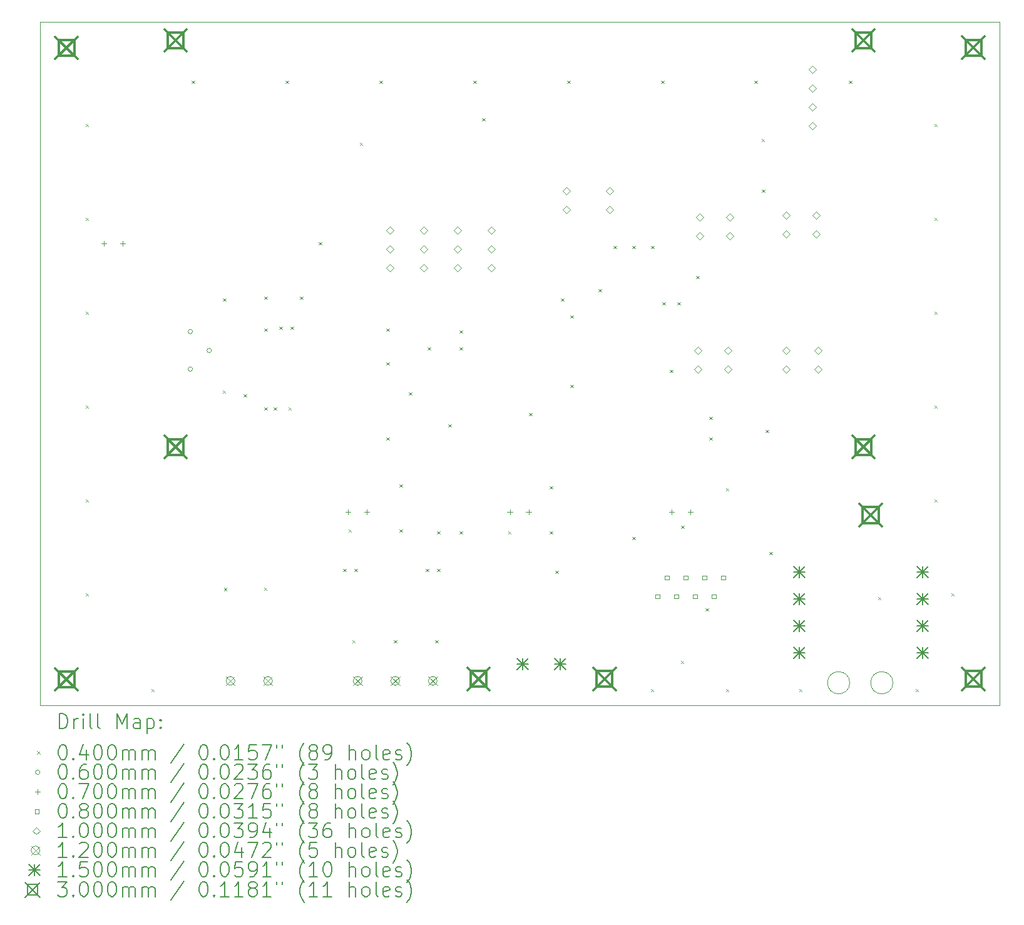
<source format=gbr>
%TF.GenerationSoftware,KiCad,Pcbnew,7.0.9*%
%TF.CreationDate,2023-12-23T18:10:21+01:00*%
%TF.ProjectId,signalization-by-fireplace,7369676e-616c-4697-9a61-74696f6e2d62,v2.0*%
%TF.SameCoordinates,Original*%
%TF.FileFunction,Drillmap*%
%TF.FilePolarity,Positive*%
%FSLAX45Y45*%
G04 Gerber Fmt 4.5, Leading zero omitted, Abs format (unit mm)*
G04 Created by KiCad (PCBNEW 7.0.9) date 2023-12-23 18:10:21*
%MOMM*%
%LPD*%
G01*
G04 APERTURE LIST*
%ADD10C,0.050000*%
%ADD11C,0.200000*%
%ADD12C,0.100000*%
%ADD13C,0.120000*%
%ADD14C,0.150000*%
%ADD15C,0.300000*%
G04 APERTURE END LIST*
D10*
X19206350Y-13855700D02*
G75*
G03*
X19206350Y-13855700I-150000J0D01*
G01*
X19790550Y-13855700D02*
G75*
G03*
X19790550Y-13855700I-150000J0D01*
G01*
X21234400Y-4914900D02*
X21234400Y-14160500D01*
X21234400Y-14160500D02*
X8255000Y-14160500D01*
X8255000Y-14160500D02*
X8255000Y-4914900D01*
X8255000Y-4914900D02*
X21234400Y-4914900D01*
D11*
D12*
X8870000Y-6291900D02*
X8910000Y-6331900D01*
X8910000Y-6291900D02*
X8870000Y-6331900D01*
X8870000Y-7561900D02*
X8910000Y-7601900D01*
X8910000Y-7561900D02*
X8870000Y-7601900D01*
X8870000Y-8831900D02*
X8910000Y-8871900D01*
X8910000Y-8831900D02*
X8870000Y-8871900D01*
X8870000Y-10101900D02*
X8910000Y-10141900D01*
X8910000Y-10101900D02*
X8870000Y-10141900D01*
X8870000Y-11371900D02*
X8910000Y-11411900D01*
X8910000Y-11371900D02*
X8870000Y-11411900D01*
X8870000Y-12641900D02*
X8910000Y-12681900D01*
X8910000Y-12641900D02*
X8870000Y-12681900D01*
X9759000Y-13937300D02*
X9799000Y-13977300D01*
X9799000Y-13937300D02*
X9759000Y-13977300D01*
X10305100Y-5707700D02*
X10345100Y-5747700D01*
X10345100Y-5707700D02*
X10305100Y-5747700D01*
X10724200Y-9898700D02*
X10764200Y-9938700D01*
X10764200Y-9898700D02*
X10724200Y-9938700D01*
X10730550Y-8654100D02*
X10770550Y-8694100D01*
X10770550Y-8654100D02*
X10730550Y-8694100D01*
X10739484Y-12569504D02*
X10779484Y-12609504D01*
X10779484Y-12569504D02*
X10739484Y-12609504D01*
X11009950Y-9949500D02*
X11049950Y-9989500D01*
X11049950Y-9949500D02*
X11009950Y-9989500D01*
X11283000Y-12565700D02*
X11323000Y-12605700D01*
X11323000Y-12565700D02*
X11283000Y-12605700D01*
X11289350Y-8628700D02*
X11329350Y-8668700D01*
X11329350Y-8628700D02*
X11289350Y-8668700D01*
X11289350Y-9060500D02*
X11329350Y-9100500D01*
X11329350Y-9060500D02*
X11289350Y-9100500D01*
X11289350Y-10127300D02*
X11329350Y-10167300D01*
X11329350Y-10127300D02*
X11289350Y-10167300D01*
X11416350Y-10127300D02*
X11456350Y-10167300D01*
X11456350Y-10127300D02*
X11416350Y-10167300D01*
X11492550Y-9035100D02*
X11532550Y-9075100D01*
X11532550Y-9035100D02*
X11492550Y-9075100D01*
X11575100Y-5707700D02*
X11615100Y-5747700D01*
X11615100Y-5707700D02*
X11575100Y-5747700D01*
X11613200Y-10127300D02*
X11653200Y-10167300D01*
X11653200Y-10127300D02*
X11613200Y-10167300D01*
X11644950Y-9035100D02*
X11684950Y-9075100D01*
X11684950Y-9035100D02*
X11644950Y-9075100D01*
X11771950Y-8628700D02*
X11811950Y-8668700D01*
X11811950Y-8628700D02*
X11771950Y-8668700D01*
X12025950Y-7892100D02*
X12065950Y-7932100D01*
X12065950Y-7892100D02*
X12025950Y-7932100D01*
X12356150Y-12311700D02*
X12396150Y-12351700D01*
X12396150Y-12311700D02*
X12356150Y-12351700D01*
X12426000Y-11778300D02*
X12466000Y-11818300D01*
X12466000Y-11778300D02*
X12426000Y-11818300D01*
X12476800Y-13276900D02*
X12516800Y-13316900D01*
X12516800Y-13276900D02*
X12476800Y-13316900D01*
X12508550Y-12311700D02*
X12548550Y-12351700D01*
X12548550Y-12311700D02*
X12508550Y-12351700D01*
X12578400Y-6545900D02*
X12618400Y-6585900D01*
X12618400Y-6545900D02*
X12578400Y-6585900D01*
X12845100Y-5707700D02*
X12885100Y-5747700D01*
X12885100Y-5707700D02*
X12845100Y-5747700D01*
X12940350Y-9060500D02*
X12980350Y-9100500D01*
X12980350Y-9060500D02*
X12940350Y-9100500D01*
X12940350Y-9517700D02*
X12980350Y-9557700D01*
X12980350Y-9517700D02*
X12940350Y-9557700D01*
X12940350Y-10533700D02*
X12980350Y-10573700D01*
X12980350Y-10533700D02*
X12940350Y-10573700D01*
X13041950Y-13276900D02*
X13081950Y-13316900D01*
X13081950Y-13276900D02*
X13041950Y-13316900D01*
X13118150Y-11168700D02*
X13158150Y-11208700D01*
X13158150Y-11168700D02*
X13118150Y-11208700D01*
X13118150Y-11778300D02*
X13158150Y-11818300D01*
X13158150Y-11778300D02*
X13118150Y-11818300D01*
X13245150Y-9924100D02*
X13285150Y-9964100D01*
X13285150Y-9924100D02*
X13245150Y-9964100D01*
X13473750Y-12311700D02*
X13513750Y-12351700D01*
X13513750Y-12311700D02*
X13473750Y-12351700D01*
X13499150Y-9314500D02*
X13539150Y-9354500D01*
X13539150Y-9314500D02*
X13499150Y-9354500D01*
X13600750Y-13276900D02*
X13640750Y-13316900D01*
X13640750Y-13276900D02*
X13600750Y-13316900D01*
X13626150Y-11803700D02*
X13666150Y-11843700D01*
X13666150Y-11803700D02*
X13626150Y-11843700D01*
X13626150Y-12311700D02*
X13666150Y-12351700D01*
X13666150Y-12311700D02*
X13626150Y-12351700D01*
X13778550Y-10355900D02*
X13818550Y-10395900D01*
X13818550Y-10355900D02*
X13778550Y-10395900D01*
X13930950Y-9085900D02*
X13970950Y-9125900D01*
X13970950Y-9085900D02*
X13930950Y-9125900D01*
X13930950Y-9314500D02*
X13970950Y-9354500D01*
X13970950Y-9314500D02*
X13930950Y-9354500D01*
X13930950Y-11803700D02*
X13970950Y-11843700D01*
X13970950Y-11803700D02*
X13930950Y-11843700D01*
X14115100Y-5707700D02*
X14155100Y-5747700D01*
X14155100Y-5707700D02*
X14115100Y-5747700D01*
X14235750Y-6215700D02*
X14275750Y-6255700D01*
X14275750Y-6215700D02*
X14235750Y-6255700D01*
X14585000Y-11803700D02*
X14625000Y-11843700D01*
X14625000Y-11803700D02*
X14585000Y-11843700D01*
X14870750Y-10203500D02*
X14910750Y-10243500D01*
X14910750Y-10203500D02*
X14870750Y-10243500D01*
X15150150Y-11194100D02*
X15190150Y-11234100D01*
X15190150Y-11194100D02*
X15150150Y-11234100D01*
X15150150Y-11803700D02*
X15190150Y-11843700D01*
X15190150Y-11803700D02*
X15150150Y-11843700D01*
X15226350Y-12337100D02*
X15266350Y-12377100D01*
X15266350Y-12337100D02*
X15226350Y-12377100D01*
X15302550Y-8654100D02*
X15342550Y-8694100D01*
X15342550Y-8654100D02*
X15302550Y-8694100D01*
X15385100Y-5707700D02*
X15425100Y-5747700D01*
X15425100Y-5707700D02*
X15385100Y-5747700D01*
X15429550Y-8882700D02*
X15469550Y-8922700D01*
X15469550Y-8882700D02*
X15429550Y-8922700D01*
X15429550Y-9822500D02*
X15469550Y-9862500D01*
X15469550Y-9822500D02*
X15429550Y-9862500D01*
X15810550Y-8527100D02*
X15850550Y-8567100D01*
X15850550Y-8527100D02*
X15810550Y-8567100D01*
X16013750Y-7942900D02*
X16053750Y-7982900D01*
X16053750Y-7942900D02*
X16013750Y-7982900D01*
X16267750Y-7942900D02*
X16307750Y-7982900D01*
X16307750Y-7942900D02*
X16267750Y-7982900D01*
X16267750Y-11879900D02*
X16307750Y-11919900D01*
X16307750Y-11879900D02*
X16267750Y-11919900D01*
X16515400Y-13937300D02*
X16555400Y-13977300D01*
X16555400Y-13937300D02*
X16515400Y-13977300D01*
X16521750Y-7942900D02*
X16561750Y-7982900D01*
X16561750Y-7942900D02*
X16521750Y-7982900D01*
X16655100Y-5707700D02*
X16695100Y-5747700D01*
X16695100Y-5707700D02*
X16655100Y-5747700D01*
X16674150Y-8704900D02*
X16714150Y-8744900D01*
X16714150Y-8704900D02*
X16674150Y-8744900D01*
X16775750Y-9619300D02*
X16815750Y-9659300D01*
X16815750Y-9619300D02*
X16775750Y-9659300D01*
X16877350Y-8704900D02*
X16917350Y-8744900D01*
X16917350Y-8704900D02*
X16877350Y-8744900D01*
X16921800Y-13556300D02*
X16961800Y-13596300D01*
X16961800Y-13556300D02*
X16921800Y-13596300D01*
X16928150Y-11727500D02*
X16968150Y-11767500D01*
X16968150Y-11727500D02*
X16928150Y-11767500D01*
X17131350Y-8349300D02*
X17171350Y-8389300D01*
X17171350Y-8349300D02*
X17131350Y-8389300D01*
X17258350Y-12845100D02*
X17298350Y-12885100D01*
X17298350Y-12845100D02*
X17258350Y-12885100D01*
X17309150Y-10254300D02*
X17349150Y-10294300D01*
X17349150Y-10254300D02*
X17309150Y-10294300D01*
X17309150Y-10533700D02*
X17349150Y-10573700D01*
X17349150Y-10533700D02*
X17309150Y-10573700D01*
X17531400Y-11219500D02*
X17571400Y-11259500D01*
X17571400Y-11219500D02*
X17531400Y-11259500D01*
X17531400Y-13937300D02*
X17571400Y-13977300D01*
X17571400Y-13937300D02*
X17531400Y-13977300D01*
X17918750Y-5707700D02*
X17958750Y-5747700D01*
X17958750Y-5707700D02*
X17918750Y-5747700D01*
X18014000Y-6495100D02*
X18054000Y-6535100D01*
X18054000Y-6495100D02*
X18014000Y-6535100D01*
X18020350Y-7180900D02*
X18060350Y-7220900D01*
X18060350Y-7180900D02*
X18020350Y-7220900D01*
X18071150Y-10432100D02*
X18111150Y-10472100D01*
X18111150Y-10432100D02*
X18071150Y-10472100D01*
X18121950Y-12083100D02*
X18161950Y-12123100D01*
X18161950Y-12083100D02*
X18121950Y-12123100D01*
X18522000Y-13937300D02*
X18562000Y-13977300D01*
X18562000Y-13937300D02*
X18522000Y-13977300D01*
X19195100Y-5707700D02*
X19235100Y-5747700D01*
X19235100Y-5707700D02*
X19195100Y-5747700D01*
X19588800Y-12692700D02*
X19628800Y-12732700D01*
X19628800Y-12692700D02*
X19588800Y-12732700D01*
X20096800Y-13937300D02*
X20136800Y-13977300D01*
X20136800Y-13937300D02*
X20096800Y-13977300D01*
X20350800Y-6291900D02*
X20390800Y-6331900D01*
X20390800Y-6291900D02*
X20350800Y-6331900D01*
X20350800Y-7561900D02*
X20390800Y-7601900D01*
X20390800Y-7561900D02*
X20350800Y-7601900D01*
X20350800Y-8831900D02*
X20390800Y-8871900D01*
X20390800Y-8831900D02*
X20350800Y-8871900D01*
X20350800Y-10101900D02*
X20390800Y-10141900D01*
X20390800Y-10101900D02*
X20350800Y-10141900D01*
X20350800Y-11371900D02*
X20390800Y-11411900D01*
X20390800Y-11371900D02*
X20350800Y-11411900D01*
X20579400Y-12641900D02*
X20619400Y-12681900D01*
X20619400Y-12641900D02*
X20579400Y-12681900D01*
X10317000Y-9105900D02*
G75*
G03*
X10317000Y-9105900I-30000J0D01*
G01*
X10317000Y-9613900D02*
G75*
G03*
X10317000Y-9613900I-30000J0D01*
G01*
X10572270Y-9359900D02*
G75*
G03*
X10572270Y-9359900I-30000J0D01*
G01*
X9118600Y-7877100D02*
X9118600Y-7947100D01*
X9083600Y-7912100D02*
X9153600Y-7912100D01*
X9372600Y-7877100D02*
X9372600Y-7947100D01*
X9337600Y-7912100D02*
X9407600Y-7912100D01*
X12422550Y-11509300D02*
X12422550Y-11579300D01*
X12387550Y-11544300D02*
X12457550Y-11544300D01*
X12676550Y-11509300D02*
X12676550Y-11579300D01*
X12641550Y-11544300D02*
X12711550Y-11544300D01*
X14609150Y-11509300D02*
X14609150Y-11579300D01*
X14574150Y-11544300D02*
X14644150Y-11544300D01*
X14863150Y-11509300D02*
X14863150Y-11579300D01*
X14828150Y-11544300D02*
X14898150Y-11544300D01*
X16795750Y-11509300D02*
X16795750Y-11579300D01*
X16760750Y-11544300D02*
X16830750Y-11544300D01*
X17049750Y-11509300D02*
X17049750Y-11579300D01*
X17014750Y-11544300D02*
X17084750Y-11544300D01*
X16633634Y-12715584D02*
X16633634Y-12659015D01*
X16577065Y-12659015D01*
X16577065Y-12715584D01*
X16633634Y-12715584D01*
X16760634Y-12461584D02*
X16760634Y-12405015D01*
X16704065Y-12405015D01*
X16704065Y-12461584D01*
X16760634Y-12461584D01*
X16887635Y-12715584D02*
X16887635Y-12659015D01*
X16831066Y-12659015D01*
X16831066Y-12715584D01*
X16887635Y-12715584D01*
X17014635Y-12461584D02*
X17014635Y-12405015D01*
X16958066Y-12405015D01*
X16958066Y-12461584D01*
X17014635Y-12461584D01*
X17141635Y-12715584D02*
X17141635Y-12659015D01*
X17085066Y-12659015D01*
X17085066Y-12715584D01*
X17141635Y-12715584D01*
X17268635Y-12461584D02*
X17268635Y-12405015D01*
X17212066Y-12405015D01*
X17212066Y-12461584D01*
X17268635Y-12461584D01*
X17395635Y-12715584D02*
X17395635Y-12659015D01*
X17339066Y-12659015D01*
X17339066Y-12715584D01*
X17395635Y-12715584D01*
X17522635Y-12461584D02*
X17522635Y-12405015D01*
X17466066Y-12405015D01*
X17466066Y-12461584D01*
X17522635Y-12461584D01*
X12985750Y-7784300D02*
X13035750Y-7734300D01*
X12985750Y-7684300D01*
X12935750Y-7734300D01*
X12985750Y-7784300D01*
X12985750Y-8038300D02*
X13035750Y-7988300D01*
X12985750Y-7938300D01*
X12935750Y-7988300D01*
X12985750Y-8038300D01*
X12985750Y-8292300D02*
X13035750Y-8242300D01*
X12985750Y-8192300D01*
X12935750Y-8242300D01*
X12985750Y-8292300D01*
X13442950Y-7784300D02*
X13492950Y-7734300D01*
X13442950Y-7684300D01*
X13392950Y-7734300D01*
X13442950Y-7784300D01*
X13442950Y-8038300D02*
X13492950Y-7988300D01*
X13442950Y-7938300D01*
X13392950Y-7988300D01*
X13442950Y-8038300D01*
X13442950Y-8292300D02*
X13492950Y-8242300D01*
X13442950Y-8192300D01*
X13392950Y-8242300D01*
X13442950Y-8292300D01*
X13900150Y-7784300D02*
X13950150Y-7734300D01*
X13900150Y-7684300D01*
X13850150Y-7734300D01*
X13900150Y-7784300D01*
X13900150Y-8038300D02*
X13950150Y-7988300D01*
X13900150Y-7938300D01*
X13850150Y-7988300D01*
X13900150Y-8038300D01*
X13900150Y-8292300D02*
X13950150Y-8242300D01*
X13900150Y-8192300D01*
X13850150Y-8242300D01*
X13900150Y-8292300D01*
X14357350Y-7784300D02*
X14407350Y-7734300D01*
X14357350Y-7684300D01*
X14307350Y-7734300D01*
X14357350Y-7784300D01*
X14357350Y-8038300D02*
X14407350Y-7988300D01*
X14357350Y-7938300D01*
X14307350Y-7988300D01*
X14357350Y-8038300D01*
X14357350Y-8292300D02*
X14407350Y-8242300D01*
X14357350Y-8192300D01*
X14307350Y-8242300D01*
X14357350Y-8292300D01*
X15373350Y-7250900D02*
X15423350Y-7200900D01*
X15373350Y-7150900D01*
X15323350Y-7200900D01*
X15373350Y-7250900D01*
X15373350Y-7504900D02*
X15423350Y-7454900D01*
X15373350Y-7404900D01*
X15323350Y-7454900D01*
X15373350Y-7504900D01*
X15957550Y-7250900D02*
X16007550Y-7200900D01*
X15957550Y-7150900D01*
X15907550Y-7200900D01*
X15957550Y-7250900D01*
X15957550Y-7504900D02*
X16007550Y-7454900D01*
X15957550Y-7404900D01*
X15907550Y-7454900D01*
X15957550Y-7504900D01*
X17151350Y-9409900D02*
X17201350Y-9359900D01*
X17151350Y-9309900D01*
X17101350Y-9359900D01*
X17151350Y-9409900D01*
X17151350Y-9663900D02*
X17201350Y-9613900D01*
X17151350Y-9563900D01*
X17101350Y-9613900D01*
X17151350Y-9663900D01*
X17176750Y-7606500D02*
X17226750Y-7556500D01*
X17176750Y-7506500D01*
X17126750Y-7556500D01*
X17176750Y-7606500D01*
X17176750Y-7860500D02*
X17226750Y-7810500D01*
X17176750Y-7760500D01*
X17126750Y-7810500D01*
X17176750Y-7860500D01*
X17557750Y-9409900D02*
X17607750Y-9359900D01*
X17557750Y-9309900D01*
X17507750Y-9359900D01*
X17557750Y-9409900D01*
X17557750Y-9663900D02*
X17607750Y-9613900D01*
X17557750Y-9563900D01*
X17507750Y-9613900D01*
X17557750Y-9663900D01*
X17583150Y-7606500D02*
X17633150Y-7556500D01*
X17583150Y-7506500D01*
X17533150Y-7556500D01*
X17583150Y-7606500D01*
X17583150Y-7860500D02*
X17633150Y-7810500D01*
X17583150Y-7760500D01*
X17533150Y-7810500D01*
X17583150Y-7860500D01*
X18345150Y-7581100D02*
X18395150Y-7531100D01*
X18345150Y-7481100D01*
X18295150Y-7531100D01*
X18345150Y-7581100D01*
X18345150Y-7835100D02*
X18395150Y-7785100D01*
X18345150Y-7735100D01*
X18295150Y-7785100D01*
X18345150Y-7835100D01*
X18345150Y-9409900D02*
X18395150Y-9359900D01*
X18345150Y-9309900D01*
X18295150Y-9359900D01*
X18345150Y-9409900D01*
X18345150Y-9663900D02*
X18395150Y-9613900D01*
X18345150Y-9563900D01*
X18295150Y-9613900D01*
X18345150Y-9663900D01*
X18701270Y-5610874D02*
X18751270Y-5560874D01*
X18701270Y-5510874D01*
X18651270Y-5560874D01*
X18701270Y-5610874D01*
X18701270Y-5864874D02*
X18751270Y-5814874D01*
X18701270Y-5764874D01*
X18651270Y-5814874D01*
X18701270Y-5864874D01*
X18701270Y-6118874D02*
X18751270Y-6068874D01*
X18701270Y-6018874D01*
X18651270Y-6068874D01*
X18701270Y-6118874D01*
X18701270Y-6372874D02*
X18751270Y-6322874D01*
X18701270Y-6272874D01*
X18651270Y-6322874D01*
X18701270Y-6372874D01*
X18751550Y-7581100D02*
X18801550Y-7531100D01*
X18751550Y-7481100D01*
X18701550Y-7531100D01*
X18751550Y-7581100D01*
X18751550Y-7835100D02*
X18801550Y-7785100D01*
X18751550Y-7735100D01*
X18701550Y-7785100D01*
X18751550Y-7835100D01*
X18776950Y-9409900D02*
X18826950Y-9359900D01*
X18776950Y-9309900D01*
X18726950Y-9359900D01*
X18776950Y-9409900D01*
X18776950Y-9663900D02*
X18826950Y-9613900D01*
X18776950Y-9563900D01*
X18726950Y-9613900D01*
X18776950Y-9663900D01*
D13*
X10769750Y-13770300D02*
X10889750Y-13890300D01*
X10889750Y-13770300D02*
X10769750Y-13890300D01*
X10889750Y-13830300D02*
G75*
G03*
X10889750Y-13830300I-60000J0D01*
G01*
X11277750Y-13770300D02*
X11397750Y-13890300D01*
X11397750Y-13770300D02*
X11277750Y-13890300D01*
X11397750Y-13830300D02*
G75*
G03*
X11397750Y-13830300I-60000J0D01*
G01*
X12490750Y-13770300D02*
X12610750Y-13890300D01*
X12610750Y-13770300D02*
X12490750Y-13890300D01*
X12610750Y-13830300D02*
G75*
G03*
X12610750Y-13830300I-60000J0D01*
G01*
X12998750Y-13770300D02*
X13118750Y-13890300D01*
X13118750Y-13770300D02*
X12998750Y-13890300D01*
X13118750Y-13830300D02*
G75*
G03*
X13118750Y-13830300I-60000J0D01*
G01*
X13506750Y-13770300D02*
X13626750Y-13890300D01*
X13626750Y-13770300D02*
X13506750Y-13890300D01*
X13626750Y-13830300D02*
G75*
G03*
X13626750Y-13830300I-60000J0D01*
G01*
D14*
X14704750Y-13526700D02*
X14854750Y-13676700D01*
X14854750Y-13526700D02*
X14704750Y-13676700D01*
X14779750Y-13526700D02*
X14779750Y-13676700D01*
X14704750Y-13601700D02*
X14854750Y-13601700D01*
X15212750Y-13526700D02*
X15362750Y-13676700D01*
X15362750Y-13526700D02*
X15212750Y-13676700D01*
X15287750Y-13526700D02*
X15287750Y-13676700D01*
X15212750Y-13601700D02*
X15362750Y-13601700D01*
X18447950Y-12282300D02*
X18597950Y-12432300D01*
X18597950Y-12282300D02*
X18447950Y-12432300D01*
X18522950Y-12282300D02*
X18522950Y-12432300D01*
X18447950Y-12357300D02*
X18597950Y-12357300D01*
X18447950Y-12646300D02*
X18597950Y-12796300D01*
X18597950Y-12646300D02*
X18447950Y-12796300D01*
X18522950Y-12646300D02*
X18522950Y-12796300D01*
X18447950Y-12721300D02*
X18597950Y-12721300D01*
X18447950Y-13010300D02*
X18597950Y-13160300D01*
X18597950Y-13010300D02*
X18447950Y-13160300D01*
X18522950Y-13010300D02*
X18522950Y-13160300D01*
X18447950Y-13085300D02*
X18597950Y-13085300D01*
X18447950Y-13374300D02*
X18597950Y-13524300D01*
X18597950Y-13374300D02*
X18447950Y-13524300D01*
X18522950Y-13374300D02*
X18522950Y-13524300D01*
X18447950Y-13449300D02*
X18597950Y-13449300D01*
X20118000Y-12282300D02*
X20268000Y-12432300D01*
X20268000Y-12282300D02*
X20118000Y-12432300D01*
X20193000Y-12282300D02*
X20193000Y-12432300D01*
X20118000Y-12357300D02*
X20268000Y-12357300D01*
X20118000Y-12646300D02*
X20268000Y-12796300D01*
X20268000Y-12646300D02*
X20118000Y-12796300D01*
X20193000Y-12646300D02*
X20193000Y-12796300D01*
X20118000Y-12721300D02*
X20268000Y-12721300D01*
X20118000Y-13010300D02*
X20268000Y-13160300D01*
X20268000Y-13010300D02*
X20118000Y-13160300D01*
X20193000Y-13010300D02*
X20193000Y-13160300D01*
X20118000Y-13085300D02*
X20268000Y-13085300D01*
X20118000Y-13374300D02*
X20268000Y-13524300D01*
X20268000Y-13374300D02*
X20118000Y-13524300D01*
X20193000Y-13374300D02*
X20193000Y-13524300D01*
X20118000Y-13449300D02*
X20268000Y-13449300D01*
D15*
X8460600Y-5117543D02*
X8760600Y-5417543D01*
X8760600Y-5117543D02*
X8460600Y-5417543D01*
X8716667Y-5373610D02*
X8716667Y-5161476D01*
X8504533Y-5161476D01*
X8504533Y-5373610D01*
X8716667Y-5373610D01*
X8460600Y-13660292D02*
X8760600Y-13960292D01*
X8760600Y-13660292D02*
X8460600Y-13960292D01*
X8716667Y-13916359D02*
X8716667Y-13704225D01*
X8504533Y-13704225D01*
X8504533Y-13916359D01*
X8716667Y-13916359D01*
X9936150Y-5014900D02*
X10236150Y-5314900D01*
X10236150Y-5014900D02*
X9936150Y-5314900D01*
X10192217Y-5270967D02*
X10192217Y-5058833D01*
X9980083Y-5058833D01*
X9980083Y-5270967D01*
X10192217Y-5270967D01*
X9936150Y-10514900D02*
X10236150Y-10814900D01*
X10236150Y-10514900D02*
X9936150Y-10814900D01*
X10192217Y-10770967D02*
X10192217Y-10558833D01*
X9980083Y-10558833D01*
X9980083Y-10770967D01*
X10192217Y-10770967D01*
X14033750Y-13654900D02*
X14333750Y-13954900D01*
X14333750Y-13654900D02*
X14033750Y-13954900D01*
X14289817Y-13910967D02*
X14289817Y-13698833D01*
X14077683Y-13698833D01*
X14077683Y-13910967D01*
X14289817Y-13910967D01*
X15739750Y-13654900D02*
X16039750Y-13954900D01*
X16039750Y-13654900D02*
X15739750Y-13954900D01*
X15995817Y-13910967D02*
X15995817Y-13698833D01*
X15783683Y-13698833D01*
X15783683Y-13910967D01*
X15995817Y-13910967D01*
X19240550Y-5014900D02*
X19540550Y-5314900D01*
X19540550Y-5014900D02*
X19240550Y-5314900D01*
X19496617Y-5270967D02*
X19496617Y-5058833D01*
X19284483Y-5058833D01*
X19284483Y-5270967D01*
X19496617Y-5270967D01*
X19240550Y-10514900D02*
X19540550Y-10814900D01*
X19540550Y-10514900D02*
X19240550Y-10814900D01*
X19496617Y-10770967D02*
X19496617Y-10558833D01*
X19284483Y-10558833D01*
X19284483Y-10770967D01*
X19496617Y-10770967D01*
X19339800Y-11437100D02*
X19639800Y-11737100D01*
X19639800Y-11437100D02*
X19339800Y-11737100D01*
X19595867Y-11693167D02*
X19595867Y-11481033D01*
X19383733Y-11481033D01*
X19383733Y-11693167D01*
X19595867Y-11693167D01*
X20728800Y-5114244D02*
X21028800Y-5414244D01*
X21028800Y-5114244D02*
X20728800Y-5414244D01*
X20984867Y-5370311D02*
X20984867Y-5158177D01*
X20772733Y-5158177D01*
X20772733Y-5370311D01*
X20984867Y-5370311D01*
X20728800Y-13654900D02*
X21028800Y-13954900D01*
X21028800Y-13654900D02*
X20728800Y-13954900D01*
X20984867Y-13910967D02*
X20984867Y-13698833D01*
X20772733Y-13698833D01*
X20772733Y-13910967D01*
X20984867Y-13910967D01*
D11*
X8513277Y-14474484D02*
X8513277Y-14274484D01*
X8513277Y-14274484D02*
X8560896Y-14274484D01*
X8560896Y-14274484D02*
X8589467Y-14284008D01*
X8589467Y-14284008D02*
X8608515Y-14303055D01*
X8608515Y-14303055D02*
X8618039Y-14322103D01*
X8618039Y-14322103D02*
X8627563Y-14360198D01*
X8627563Y-14360198D02*
X8627563Y-14388769D01*
X8627563Y-14388769D02*
X8618039Y-14426865D01*
X8618039Y-14426865D02*
X8608515Y-14445912D01*
X8608515Y-14445912D02*
X8589467Y-14464960D01*
X8589467Y-14464960D02*
X8560896Y-14474484D01*
X8560896Y-14474484D02*
X8513277Y-14474484D01*
X8713277Y-14474484D02*
X8713277Y-14341150D01*
X8713277Y-14379246D02*
X8722801Y-14360198D01*
X8722801Y-14360198D02*
X8732324Y-14350674D01*
X8732324Y-14350674D02*
X8751372Y-14341150D01*
X8751372Y-14341150D02*
X8770420Y-14341150D01*
X8837086Y-14474484D02*
X8837086Y-14341150D01*
X8837086Y-14274484D02*
X8827563Y-14284008D01*
X8827563Y-14284008D02*
X8837086Y-14293531D01*
X8837086Y-14293531D02*
X8846610Y-14284008D01*
X8846610Y-14284008D02*
X8837086Y-14274484D01*
X8837086Y-14274484D02*
X8837086Y-14293531D01*
X8960896Y-14474484D02*
X8941848Y-14464960D01*
X8941848Y-14464960D02*
X8932324Y-14445912D01*
X8932324Y-14445912D02*
X8932324Y-14274484D01*
X9065658Y-14474484D02*
X9046610Y-14464960D01*
X9046610Y-14464960D02*
X9037086Y-14445912D01*
X9037086Y-14445912D02*
X9037086Y-14274484D01*
X9294229Y-14474484D02*
X9294229Y-14274484D01*
X9294229Y-14274484D02*
X9360896Y-14417341D01*
X9360896Y-14417341D02*
X9427563Y-14274484D01*
X9427563Y-14274484D02*
X9427563Y-14474484D01*
X9608515Y-14474484D02*
X9608515Y-14369722D01*
X9608515Y-14369722D02*
X9598991Y-14350674D01*
X9598991Y-14350674D02*
X9579944Y-14341150D01*
X9579944Y-14341150D02*
X9541848Y-14341150D01*
X9541848Y-14341150D02*
X9522801Y-14350674D01*
X9608515Y-14464960D02*
X9589467Y-14474484D01*
X9589467Y-14474484D02*
X9541848Y-14474484D01*
X9541848Y-14474484D02*
X9522801Y-14464960D01*
X9522801Y-14464960D02*
X9513277Y-14445912D01*
X9513277Y-14445912D02*
X9513277Y-14426865D01*
X9513277Y-14426865D02*
X9522801Y-14407817D01*
X9522801Y-14407817D02*
X9541848Y-14398293D01*
X9541848Y-14398293D02*
X9589467Y-14398293D01*
X9589467Y-14398293D02*
X9608515Y-14388769D01*
X9703753Y-14341150D02*
X9703753Y-14541150D01*
X9703753Y-14350674D02*
X9722801Y-14341150D01*
X9722801Y-14341150D02*
X9760896Y-14341150D01*
X9760896Y-14341150D02*
X9779944Y-14350674D01*
X9779944Y-14350674D02*
X9789467Y-14360198D01*
X9789467Y-14360198D02*
X9798991Y-14379246D01*
X9798991Y-14379246D02*
X9798991Y-14436388D01*
X9798991Y-14436388D02*
X9789467Y-14455436D01*
X9789467Y-14455436D02*
X9779944Y-14464960D01*
X9779944Y-14464960D02*
X9760896Y-14474484D01*
X9760896Y-14474484D02*
X9722801Y-14474484D01*
X9722801Y-14474484D02*
X9703753Y-14464960D01*
X9884705Y-14455436D02*
X9894229Y-14464960D01*
X9894229Y-14464960D02*
X9884705Y-14474484D01*
X9884705Y-14474484D02*
X9875182Y-14464960D01*
X9875182Y-14464960D02*
X9884705Y-14455436D01*
X9884705Y-14455436D02*
X9884705Y-14474484D01*
X9884705Y-14350674D02*
X9894229Y-14360198D01*
X9894229Y-14360198D02*
X9884705Y-14369722D01*
X9884705Y-14369722D02*
X9875182Y-14360198D01*
X9875182Y-14360198D02*
X9884705Y-14350674D01*
X9884705Y-14350674D02*
X9884705Y-14369722D01*
D12*
X8212500Y-14783000D02*
X8252500Y-14823000D01*
X8252500Y-14783000D02*
X8212500Y-14823000D01*
D11*
X8551372Y-14694484D02*
X8570420Y-14694484D01*
X8570420Y-14694484D02*
X8589467Y-14704008D01*
X8589467Y-14704008D02*
X8598991Y-14713531D01*
X8598991Y-14713531D02*
X8608515Y-14732579D01*
X8608515Y-14732579D02*
X8618039Y-14770674D01*
X8618039Y-14770674D02*
X8618039Y-14818293D01*
X8618039Y-14818293D02*
X8608515Y-14856388D01*
X8608515Y-14856388D02*
X8598991Y-14875436D01*
X8598991Y-14875436D02*
X8589467Y-14884960D01*
X8589467Y-14884960D02*
X8570420Y-14894484D01*
X8570420Y-14894484D02*
X8551372Y-14894484D01*
X8551372Y-14894484D02*
X8532324Y-14884960D01*
X8532324Y-14884960D02*
X8522801Y-14875436D01*
X8522801Y-14875436D02*
X8513277Y-14856388D01*
X8513277Y-14856388D02*
X8503753Y-14818293D01*
X8503753Y-14818293D02*
X8503753Y-14770674D01*
X8503753Y-14770674D02*
X8513277Y-14732579D01*
X8513277Y-14732579D02*
X8522801Y-14713531D01*
X8522801Y-14713531D02*
X8532324Y-14704008D01*
X8532324Y-14704008D02*
X8551372Y-14694484D01*
X8703753Y-14875436D02*
X8713277Y-14884960D01*
X8713277Y-14884960D02*
X8703753Y-14894484D01*
X8703753Y-14894484D02*
X8694229Y-14884960D01*
X8694229Y-14884960D02*
X8703753Y-14875436D01*
X8703753Y-14875436D02*
X8703753Y-14894484D01*
X8884705Y-14761150D02*
X8884705Y-14894484D01*
X8837086Y-14684960D02*
X8789467Y-14827817D01*
X8789467Y-14827817D02*
X8913277Y-14827817D01*
X9027563Y-14694484D02*
X9046610Y-14694484D01*
X9046610Y-14694484D02*
X9065658Y-14704008D01*
X9065658Y-14704008D02*
X9075182Y-14713531D01*
X9075182Y-14713531D02*
X9084705Y-14732579D01*
X9084705Y-14732579D02*
X9094229Y-14770674D01*
X9094229Y-14770674D02*
X9094229Y-14818293D01*
X9094229Y-14818293D02*
X9084705Y-14856388D01*
X9084705Y-14856388D02*
X9075182Y-14875436D01*
X9075182Y-14875436D02*
X9065658Y-14884960D01*
X9065658Y-14884960D02*
X9046610Y-14894484D01*
X9046610Y-14894484D02*
X9027563Y-14894484D01*
X9027563Y-14894484D02*
X9008515Y-14884960D01*
X9008515Y-14884960D02*
X8998991Y-14875436D01*
X8998991Y-14875436D02*
X8989467Y-14856388D01*
X8989467Y-14856388D02*
X8979944Y-14818293D01*
X8979944Y-14818293D02*
X8979944Y-14770674D01*
X8979944Y-14770674D02*
X8989467Y-14732579D01*
X8989467Y-14732579D02*
X8998991Y-14713531D01*
X8998991Y-14713531D02*
X9008515Y-14704008D01*
X9008515Y-14704008D02*
X9027563Y-14694484D01*
X9218039Y-14694484D02*
X9237086Y-14694484D01*
X9237086Y-14694484D02*
X9256134Y-14704008D01*
X9256134Y-14704008D02*
X9265658Y-14713531D01*
X9265658Y-14713531D02*
X9275182Y-14732579D01*
X9275182Y-14732579D02*
X9284705Y-14770674D01*
X9284705Y-14770674D02*
X9284705Y-14818293D01*
X9284705Y-14818293D02*
X9275182Y-14856388D01*
X9275182Y-14856388D02*
X9265658Y-14875436D01*
X9265658Y-14875436D02*
X9256134Y-14884960D01*
X9256134Y-14884960D02*
X9237086Y-14894484D01*
X9237086Y-14894484D02*
X9218039Y-14894484D01*
X9218039Y-14894484D02*
X9198991Y-14884960D01*
X9198991Y-14884960D02*
X9189467Y-14875436D01*
X9189467Y-14875436D02*
X9179944Y-14856388D01*
X9179944Y-14856388D02*
X9170420Y-14818293D01*
X9170420Y-14818293D02*
X9170420Y-14770674D01*
X9170420Y-14770674D02*
X9179944Y-14732579D01*
X9179944Y-14732579D02*
X9189467Y-14713531D01*
X9189467Y-14713531D02*
X9198991Y-14704008D01*
X9198991Y-14704008D02*
X9218039Y-14694484D01*
X9370420Y-14894484D02*
X9370420Y-14761150D01*
X9370420Y-14780198D02*
X9379944Y-14770674D01*
X9379944Y-14770674D02*
X9398991Y-14761150D01*
X9398991Y-14761150D02*
X9427563Y-14761150D01*
X9427563Y-14761150D02*
X9446610Y-14770674D01*
X9446610Y-14770674D02*
X9456134Y-14789722D01*
X9456134Y-14789722D02*
X9456134Y-14894484D01*
X9456134Y-14789722D02*
X9465658Y-14770674D01*
X9465658Y-14770674D02*
X9484705Y-14761150D01*
X9484705Y-14761150D02*
X9513277Y-14761150D01*
X9513277Y-14761150D02*
X9532325Y-14770674D01*
X9532325Y-14770674D02*
X9541848Y-14789722D01*
X9541848Y-14789722D02*
X9541848Y-14894484D01*
X9637086Y-14894484D02*
X9637086Y-14761150D01*
X9637086Y-14780198D02*
X9646610Y-14770674D01*
X9646610Y-14770674D02*
X9665658Y-14761150D01*
X9665658Y-14761150D02*
X9694229Y-14761150D01*
X9694229Y-14761150D02*
X9713277Y-14770674D01*
X9713277Y-14770674D02*
X9722801Y-14789722D01*
X9722801Y-14789722D02*
X9722801Y-14894484D01*
X9722801Y-14789722D02*
X9732325Y-14770674D01*
X9732325Y-14770674D02*
X9751372Y-14761150D01*
X9751372Y-14761150D02*
X9779944Y-14761150D01*
X9779944Y-14761150D02*
X9798991Y-14770674D01*
X9798991Y-14770674D02*
X9808515Y-14789722D01*
X9808515Y-14789722D02*
X9808515Y-14894484D01*
X10198991Y-14684960D02*
X10027563Y-14942103D01*
X10456134Y-14694484D02*
X10475182Y-14694484D01*
X10475182Y-14694484D02*
X10494229Y-14704008D01*
X10494229Y-14704008D02*
X10503753Y-14713531D01*
X10503753Y-14713531D02*
X10513277Y-14732579D01*
X10513277Y-14732579D02*
X10522801Y-14770674D01*
X10522801Y-14770674D02*
X10522801Y-14818293D01*
X10522801Y-14818293D02*
X10513277Y-14856388D01*
X10513277Y-14856388D02*
X10503753Y-14875436D01*
X10503753Y-14875436D02*
X10494229Y-14884960D01*
X10494229Y-14884960D02*
X10475182Y-14894484D01*
X10475182Y-14894484D02*
X10456134Y-14894484D01*
X10456134Y-14894484D02*
X10437087Y-14884960D01*
X10437087Y-14884960D02*
X10427563Y-14875436D01*
X10427563Y-14875436D02*
X10418039Y-14856388D01*
X10418039Y-14856388D02*
X10408515Y-14818293D01*
X10408515Y-14818293D02*
X10408515Y-14770674D01*
X10408515Y-14770674D02*
X10418039Y-14732579D01*
X10418039Y-14732579D02*
X10427563Y-14713531D01*
X10427563Y-14713531D02*
X10437087Y-14704008D01*
X10437087Y-14704008D02*
X10456134Y-14694484D01*
X10608515Y-14875436D02*
X10618039Y-14884960D01*
X10618039Y-14884960D02*
X10608515Y-14894484D01*
X10608515Y-14894484D02*
X10598991Y-14884960D01*
X10598991Y-14884960D02*
X10608515Y-14875436D01*
X10608515Y-14875436D02*
X10608515Y-14894484D01*
X10741848Y-14694484D02*
X10760896Y-14694484D01*
X10760896Y-14694484D02*
X10779944Y-14704008D01*
X10779944Y-14704008D02*
X10789468Y-14713531D01*
X10789468Y-14713531D02*
X10798991Y-14732579D01*
X10798991Y-14732579D02*
X10808515Y-14770674D01*
X10808515Y-14770674D02*
X10808515Y-14818293D01*
X10808515Y-14818293D02*
X10798991Y-14856388D01*
X10798991Y-14856388D02*
X10789468Y-14875436D01*
X10789468Y-14875436D02*
X10779944Y-14884960D01*
X10779944Y-14884960D02*
X10760896Y-14894484D01*
X10760896Y-14894484D02*
X10741848Y-14894484D01*
X10741848Y-14894484D02*
X10722801Y-14884960D01*
X10722801Y-14884960D02*
X10713277Y-14875436D01*
X10713277Y-14875436D02*
X10703753Y-14856388D01*
X10703753Y-14856388D02*
X10694229Y-14818293D01*
X10694229Y-14818293D02*
X10694229Y-14770674D01*
X10694229Y-14770674D02*
X10703753Y-14732579D01*
X10703753Y-14732579D02*
X10713277Y-14713531D01*
X10713277Y-14713531D02*
X10722801Y-14704008D01*
X10722801Y-14704008D02*
X10741848Y-14694484D01*
X10998991Y-14894484D02*
X10884706Y-14894484D01*
X10941848Y-14894484D02*
X10941848Y-14694484D01*
X10941848Y-14694484D02*
X10922801Y-14723055D01*
X10922801Y-14723055D02*
X10903753Y-14742103D01*
X10903753Y-14742103D02*
X10884706Y-14751627D01*
X11179944Y-14694484D02*
X11084706Y-14694484D01*
X11084706Y-14694484D02*
X11075182Y-14789722D01*
X11075182Y-14789722D02*
X11084706Y-14780198D01*
X11084706Y-14780198D02*
X11103753Y-14770674D01*
X11103753Y-14770674D02*
X11151372Y-14770674D01*
X11151372Y-14770674D02*
X11170420Y-14780198D01*
X11170420Y-14780198D02*
X11179944Y-14789722D01*
X11179944Y-14789722D02*
X11189467Y-14808769D01*
X11189467Y-14808769D02*
X11189467Y-14856388D01*
X11189467Y-14856388D02*
X11179944Y-14875436D01*
X11179944Y-14875436D02*
X11170420Y-14884960D01*
X11170420Y-14884960D02*
X11151372Y-14894484D01*
X11151372Y-14894484D02*
X11103753Y-14894484D01*
X11103753Y-14894484D02*
X11084706Y-14884960D01*
X11084706Y-14884960D02*
X11075182Y-14875436D01*
X11256134Y-14694484D02*
X11389467Y-14694484D01*
X11389467Y-14694484D02*
X11303753Y-14894484D01*
X11456134Y-14694484D02*
X11456134Y-14732579D01*
X11532325Y-14694484D02*
X11532325Y-14732579D01*
X11827563Y-14970674D02*
X11818039Y-14961150D01*
X11818039Y-14961150D02*
X11798991Y-14932579D01*
X11798991Y-14932579D02*
X11789468Y-14913531D01*
X11789468Y-14913531D02*
X11779944Y-14884960D01*
X11779944Y-14884960D02*
X11770420Y-14837341D01*
X11770420Y-14837341D02*
X11770420Y-14799246D01*
X11770420Y-14799246D02*
X11779944Y-14751627D01*
X11779944Y-14751627D02*
X11789468Y-14723055D01*
X11789468Y-14723055D02*
X11798991Y-14704008D01*
X11798991Y-14704008D02*
X11818039Y-14675436D01*
X11818039Y-14675436D02*
X11827563Y-14665912D01*
X11932325Y-14780198D02*
X11913277Y-14770674D01*
X11913277Y-14770674D02*
X11903753Y-14761150D01*
X11903753Y-14761150D02*
X11894229Y-14742103D01*
X11894229Y-14742103D02*
X11894229Y-14732579D01*
X11894229Y-14732579D02*
X11903753Y-14713531D01*
X11903753Y-14713531D02*
X11913277Y-14704008D01*
X11913277Y-14704008D02*
X11932325Y-14694484D01*
X11932325Y-14694484D02*
X11970420Y-14694484D01*
X11970420Y-14694484D02*
X11989468Y-14704008D01*
X11989468Y-14704008D02*
X11998991Y-14713531D01*
X11998991Y-14713531D02*
X12008515Y-14732579D01*
X12008515Y-14732579D02*
X12008515Y-14742103D01*
X12008515Y-14742103D02*
X11998991Y-14761150D01*
X11998991Y-14761150D02*
X11989468Y-14770674D01*
X11989468Y-14770674D02*
X11970420Y-14780198D01*
X11970420Y-14780198D02*
X11932325Y-14780198D01*
X11932325Y-14780198D02*
X11913277Y-14789722D01*
X11913277Y-14789722D02*
X11903753Y-14799246D01*
X11903753Y-14799246D02*
X11894229Y-14818293D01*
X11894229Y-14818293D02*
X11894229Y-14856388D01*
X11894229Y-14856388D02*
X11903753Y-14875436D01*
X11903753Y-14875436D02*
X11913277Y-14884960D01*
X11913277Y-14884960D02*
X11932325Y-14894484D01*
X11932325Y-14894484D02*
X11970420Y-14894484D01*
X11970420Y-14894484D02*
X11989468Y-14884960D01*
X11989468Y-14884960D02*
X11998991Y-14875436D01*
X11998991Y-14875436D02*
X12008515Y-14856388D01*
X12008515Y-14856388D02*
X12008515Y-14818293D01*
X12008515Y-14818293D02*
X11998991Y-14799246D01*
X11998991Y-14799246D02*
X11989468Y-14789722D01*
X11989468Y-14789722D02*
X11970420Y-14780198D01*
X12103753Y-14894484D02*
X12141848Y-14894484D01*
X12141848Y-14894484D02*
X12160896Y-14884960D01*
X12160896Y-14884960D02*
X12170420Y-14875436D01*
X12170420Y-14875436D02*
X12189468Y-14846865D01*
X12189468Y-14846865D02*
X12198991Y-14808769D01*
X12198991Y-14808769D02*
X12198991Y-14732579D01*
X12198991Y-14732579D02*
X12189468Y-14713531D01*
X12189468Y-14713531D02*
X12179944Y-14704008D01*
X12179944Y-14704008D02*
X12160896Y-14694484D01*
X12160896Y-14694484D02*
X12122801Y-14694484D01*
X12122801Y-14694484D02*
X12103753Y-14704008D01*
X12103753Y-14704008D02*
X12094229Y-14713531D01*
X12094229Y-14713531D02*
X12084706Y-14732579D01*
X12084706Y-14732579D02*
X12084706Y-14780198D01*
X12084706Y-14780198D02*
X12094229Y-14799246D01*
X12094229Y-14799246D02*
X12103753Y-14808769D01*
X12103753Y-14808769D02*
X12122801Y-14818293D01*
X12122801Y-14818293D02*
X12160896Y-14818293D01*
X12160896Y-14818293D02*
X12179944Y-14808769D01*
X12179944Y-14808769D02*
X12189468Y-14799246D01*
X12189468Y-14799246D02*
X12198991Y-14780198D01*
X12437087Y-14894484D02*
X12437087Y-14694484D01*
X12522801Y-14894484D02*
X12522801Y-14789722D01*
X12522801Y-14789722D02*
X12513277Y-14770674D01*
X12513277Y-14770674D02*
X12494230Y-14761150D01*
X12494230Y-14761150D02*
X12465658Y-14761150D01*
X12465658Y-14761150D02*
X12446610Y-14770674D01*
X12446610Y-14770674D02*
X12437087Y-14780198D01*
X12646610Y-14894484D02*
X12627563Y-14884960D01*
X12627563Y-14884960D02*
X12618039Y-14875436D01*
X12618039Y-14875436D02*
X12608515Y-14856388D01*
X12608515Y-14856388D02*
X12608515Y-14799246D01*
X12608515Y-14799246D02*
X12618039Y-14780198D01*
X12618039Y-14780198D02*
X12627563Y-14770674D01*
X12627563Y-14770674D02*
X12646610Y-14761150D01*
X12646610Y-14761150D02*
X12675182Y-14761150D01*
X12675182Y-14761150D02*
X12694230Y-14770674D01*
X12694230Y-14770674D02*
X12703753Y-14780198D01*
X12703753Y-14780198D02*
X12713277Y-14799246D01*
X12713277Y-14799246D02*
X12713277Y-14856388D01*
X12713277Y-14856388D02*
X12703753Y-14875436D01*
X12703753Y-14875436D02*
X12694230Y-14884960D01*
X12694230Y-14884960D02*
X12675182Y-14894484D01*
X12675182Y-14894484D02*
X12646610Y-14894484D01*
X12827563Y-14894484D02*
X12808515Y-14884960D01*
X12808515Y-14884960D02*
X12798991Y-14865912D01*
X12798991Y-14865912D02*
X12798991Y-14694484D01*
X12979944Y-14884960D02*
X12960896Y-14894484D01*
X12960896Y-14894484D02*
X12922801Y-14894484D01*
X12922801Y-14894484D02*
X12903753Y-14884960D01*
X12903753Y-14884960D02*
X12894230Y-14865912D01*
X12894230Y-14865912D02*
X12894230Y-14789722D01*
X12894230Y-14789722D02*
X12903753Y-14770674D01*
X12903753Y-14770674D02*
X12922801Y-14761150D01*
X12922801Y-14761150D02*
X12960896Y-14761150D01*
X12960896Y-14761150D02*
X12979944Y-14770674D01*
X12979944Y-14770674D02*
X12989468Y-14789722D01*
X12989468Y-14789722D02*
X12989468Y-14808769D01*
X12989468Y-14808769D02*
X12894230Y-14827817D01*
X13065658Y-14884960D02*
X13084706Y-14894484D01*
X13084706Y-14894484D02*
X13122801Y-14894484D01*
X13122801Y-14894484D02*
X13141849Y-14884960D01*
X13141849Y-14884960D02*
X13151372Y-14865912D01*
X13151372Y-14865912D02*
X13151372Y-14856388D01*
X13151372Y-14856388D02*
X13141849Y-14837341D01*
X13141849Y-14837341D02*
X13122801Y-14827817D01*
X13122801Y-14827817D02*
X13094230Y-14827817D01*
X13094230Y-14827817D02*
X13075182Y-14818293D01*
X13075182Y-14818293D02*
X13065658Y-14799246D01*
X13065658Y-14799246D02*
X13065658Y-14789722D01*
X13065658Y-14789722D02*
X13075182Y-14770674D01*
X13075182Y-14770674D02*
X13094230Y-14761150D01*
X13094230Y-14761150D02*
X13122801Y-14761150D01*
X13122801Y-14761150D02*
X13141849Y-14770674D01*
X13218039Y-14970674D02*
X13227563Y-14961150D01*
X13227563Y-14961150D02*
X13246611Y-14932579D01*
X13246611Y-14932579D02*
X13256134Y-14913531D01*
X13256134Y-14913531D02*
X13265658Y-14884960D01*
X13265658Y-14884960D02*
X13275182Y-14837341D01*
X13275182Y-14837341D02*
X13275182Y-14799246D01*
X13275182Y-14799246D02*
X13265658Y-14751627D01*
X13265658Y-14751627D02*
X13256134Y-14723055D01*
X13256134Y-14723055D02*
X13246611Y-14704008D01*
X13246611Y-14704008D02*
X13227563Y-14675436D01*
X13227563Y-14675436D02*
X13218039Y-14665912D01*
D12*
X8252500Y-15067000D02*
G75*
G03*
X8252500Y-15067000I-30000J0D01*
G01*
D11*
X8551372Y-14958484D02*
X8570420Y-14958484D01*
X8570420Y-14958484D02*
X8589467Y-14968008D01*
X8589467Y-14968008D02*
X8598991Y-14977531D01*
X8598991Y-14977531D02*
X8608515Y-14996579D01*
X8608515Y-14996579D02*
X8618039Y-15034674D01*
X8618039Y-15034674D02*
X8618039Y-15082293D01*
X8618039Y-15082293D02*
X8608515Y-15120388D01*
X8608515Y-15120388D02*
X8598991Y-15139436D01*
X8598991Y-15139436D02*
X8589467Y-15148960D01*
X8589467Y-15148960D02*
X8570420Y-15158484D01*
X8570420Y-15158484D02*
X8551372Y-15158484D01*
X8551372Y-15158484D02*
X8532324Y-15148960D01*
X8532324Y-15148960D02*
X8522801Y-15139436D01*
X8522801Y-15139436D02*
X8513277Y-15120388D01*
X8513277Y-15120388D02*
X8503753Y-15082293D01*
X8503753Y-15082293D02*
X8503753Y-15034674D01*
X8503753Y-15034674D02*
X8513277Y-14996579D01*
X8513277Y-14996579D02*
X8522801Y-14977531D01*
X8522801Y-14977531D02*
X8532324Y-14968008D01*
X8532324Y-14968008D02*
X8551372Y-14958484D01*
X8703753Y-15139436D02*
X8713277Y-15148960D01*
X8713277Y-15148960D02*
X8703753Y-15158484D01*
X8703753Y-15158484D02*
X8694229Y-15148960D01*
X8694229Y-15148960D02*
X8703753Y-15139436D01*
X8703753Y-15139436D02*
X8703753Y-15158484D01*
X8884705Y-14958484D02*
X8846610Y-14958484D01*
X8846610Y-14958484D02*
X8827563Y-14968008D01*
X8827563Y-14968008D02*
X8818039Y-14977531D01*
X8818039Y-14977531D02*
X8798991Y-15006103D01*
X8798991Y-15006103D02*
X8789467Y-15044198D01*
X8789467Y-15044198D02*
X8789467Y-15120388D01*
X8789467Y-15120388D02*
X8798991Y-15139436D01*
X8798991Y-15139436D02*
X8808515Y-15148960D01*
X8808515Y-15148960D02*
X8827563Y-15158484D01*
X8827563Y-15158484D02*
X8865658Y-15158484D01*
X8865658Y-15158484D02*
X8884705Y-15148960D01*
X8884705Y-15148960D02*
X8894229Y-15139436D01*
X8894229Y-15139436D02*
X8903753Y-15120388D01*
X8903753Y-15120388D02*
X8903753Y-15072769D01*
X8903753Y-15072769D02*
X8894229Y-15053722D01*
X8894229Y-15053722D02*
X8884705Y-15044198D01*
X8884705Y-15044198D02*
X8865658Y-15034674D01*
X8865658Y-15034674D02*
X8827563Y-15034674D01*
X8827563Y-15034674D02*
X8808515Y-15044198D01*
X8808515Y-15044198D02*
X8798991Y-15053722D01*
X8798991Y-15053722D02*
X8789467Y-15072769D01*
X9027563Y-14958484D02*
X9046610Y-14958484D01*
X9046610Y-14958484D02*
X9065658Y-14968008D01*
X9065658Y-14968008D02*
X9075182Y-14977531D01*
X9075182Y-14977531D02*
X9084705Y-14996579D01*
X9084705Y-14996579D02*
X9094229Y-15034674D01*
X9094229Y-15034674D02*
X9094229Y-15082293D01*
X9094229Y-15082293D02*
X9084705Y-15120388D01*
X9084705Y-15120388D02*
X9075182Y-15139436D01*
X9075182Y-15139436D02*
X9065658Y-15148960D01*
X9065658Y-15148960D02*
X9046610Y-15158484D01*
X9046610Y-15158484D02*
X9027563Y-15158484D01*
X9027563Y-15158484D02*
X9008515Y-15148960D01*
X9008515Y-15148960D02*
X8998991Y-15139436D01*
X8998991Y-15139436D02*
X8989467Y-15120388D01*
X8989467Y-15120388D02*
X8979944Y-15082293D01*
X8979944Y-15082293D02*
X8979944Y-15034674D01*
X8979944Y-15034674D02*
X8989467Y-14996579D01*
X8989467Y-14996579D02*
X8998991Y-14977531D01*
X8998991Y-14977531D02*
X9008515Y-14968008D01*
X9008515Y-14968008D02*
X9027563Y-14958484D01*
X9218039Y-14958484D02*
X9237086Y-14958484D01*
X9237086Y-14958484D02*
X9256134Y-14968008D01*
X9256134Y-14968008D02*
X9265658Y-14977531D01*
X9265658Y-14977531D02*
X9275182Y-14996579D01*
X9275182Y-14996579D02*
X9284705Y-15034674D01*
X9284705Y-15034674D02*
X9284705Y-15082293D01*
X9284705Y-15082293D02*
X9275182Y-15120388D01*
X9275182Y-15120388D02*
X9265658Y-15139436D01*
X9265658Y-15139436D02*
X9256134Y-15148960D01*
X9256134Y-15148960D02*
X9237086Y-15158484D01*
X9237086Y-15158484D02*
X9218039Y-15158484D01*
X9218039Y-15158484D02*
X9198991Y-15148960D01*
X9198991Y-15148960D02*
X9189467Y-15139436D01*
X9189467Y-15139436D02*
X9179944Y-15120388D01*
X9179944Y-15120388D02*
X9170420Y-15082293D01*
X9170420Y-15082293D02*
X9170420Y-15034674D01*
X9170420Y-15034674D02*
X9179944Y-14996579D01*
X9179944Y-14996579D02*
X9189467Y-14977531D01*
X9189467Y-14977531D02*
X9198991Y-14968008D01*
X9198991Y-14968008D02*
X9218039Y-14958484D01*
X9370420Y-15158484D02*
X9370420Y-15025150D01*
X9370420Y-15044198D02*
X9379944Y-15034674D01*
X9379944Y-15034674D02*
X9398991Y-15025150D01*
X9398991Y-15025150D02*
X9427563Y-15025150D01*
X9427563Y-15025150D02*
X9446610Y-15034674D01*
X9446610Y-15034674D02*
X9456134Y-15053722D01*
X9456134Y-15053722D02*
X9456134Y-15158484D01*
X9456134Y-15053722D02*
X9465658Y-15034674D01*
X9465658Y-15034674D02*
X9484705Y-15025150D01*
X9484705Y-15025150D02*
X9513277Y-15025150D01*
X9513277Y-15025150D02*
X9532325Y-15034674D01*
X9532325Y-15034674D02*
X9541848Y-15053722D01*
X9541848Y-15053722D02*
X9541848Y-15158484D01*
X9637086Y-15158484D02*
X9637086Y-15025150D01*
X9637086Y-15044198D02*
X9646610Y-15034674D01*
X9646610Y-15034674D02*
X9665658Y-15025150D01*
X9665658Y-15025150D02*
X9694229Y-15025150D01*
X9694229Y-15025150D02*
X9713277Y-15034674D01*
X9713277Y-15034674D02*
X9722801Y-15053722D01*
X9722801Y-15053722D02*
X9722801Y-15158484D01*
X9722801Y-15053722D02*
X9732325Y-15034674D01*
X9732325Y-15034674D02*
X9751372Y-15025150D01*
X9751372Y-15025150D02*
X9779944Y-15025150D01*
X9779944Y-15025150D02*
X9798991Y-15034674D01*
X9798991Y-15034674D02*
X9808515Y-15053722D01*
X9808515Y-15053722D02*
X9808515Y-15158484D01*
X10198991Y-14948960D02*
X10027563Y-15206103D01*
X10456134Y-14958484D02*
X10475182Y-14958484D01*
X10475182Y-14958484D02*
X10494229Y-14968008D01*
X10494229Y-14968008D02*
X10503753Y-14977531D01*
X10503753Y-14977531D02*
X10513277Y-14996579D01*
X10513277Y-14996579D02*
X10522801Y-15034674D01*
X10522801Y-15034674D02*
X10522801Y-15082293D01*
X10522801Y-15082293D02*
X10513277Y-15120388D01*
X10513277Y-15120388D02*
X10503753Y-15139436D01*
X10503753Y-15139436D02*
X10494229Y-15148960D01*
X10494229Y-15148960D02*
X10475182Y-15158484D01*
X10475182Y-15158484D02*
X10456134Y-15158484D01*
X10456134Y-15158484D02*
X10437087Y-15148960D01*
X10437087Y-15148960D02*
X10427563Y-15139436D01*
X10427563Y-15139436D02*
X10418039Y-15120388D01*
X10418039Y-15120388D02*
X10408515Y-15082293D01*
X10408515Y-15082293D02*
X10408515Y-15034674D01*
X10408515Y-15034674D02*
X10418039Y-14996579D01*
X10418039Y-14996579D02*
X10427563Y-14977531D01*
X10427563Y-14977531D02*
X10437087Y-14968008D01*
X10437087Y-14968008D02*
X10456134Y-14958484D01*
X10608515Y-15139436D02*
X10618039Y-15148960D01*
X10618039Y-15148960D02*
X10608515Y-15158484D01*
X10608515Y-15158484D02*
X10598991Y-15148960D01*
X10598991Y-15148960D02*
X10608515Y-15139436D01*
X10608515Y-15139436D02*
X10608515Y-15158484D01*
X10741848Y-14958484D02*
X10760896Y-14958484D01*
X10760896Y-14958484D02*
X10779944Y-14968008D01*
X10779944Y-14968008D02*
X10789468Y-14977531D01*
X10789468Y-14977531D02*
X10798991Y-14996579D01*
X10798991Y-14996579D02*
X10808515Y-15034674D01*
X10808515Y-15034674D02*
X10808515Y-15082293D01*
X10808515Y-15082293D02*
X10798991Y-15120388D01*
X10798991Y-15120388D02*
X10789468Y-15139436D01*
X10789468Y-15139436D02*
X10779944Y-15148960D01*
X10779944Y-15148960D02*
X10760896Y-15158484D01*
X10760896Y-15158484D02*
X10741848Y-15158484D01*
X10741848Y-15158484D02*
X10722801Y-15148960D01*
X10722801Y-15148960D02*
X10713277Y-15139436D01*
X10713277Y-15139436D02*
X10703753Y-15120388D01*
X10703753Y-15120388D02*
X10694229Y-15082293D01*
X10694229Y-15082293D02*
X10694229Y-15034674D01*
X10694229Y-15034674D02*
X10703753Y-14996579D01*
X10703753Y-14996579D02*
X10713277Y-14977531D01*
X10713277Y-14977531D02*
X10722801Y-14968008D01*
X10722801Y-14968008D02*
X10741848Y-14958484D01*
X10884706Y-14977531D02*
X10894229Y-14968008D01*
X10894229Y-14968008D02*
X10913277Y-14958484D01*
X10913277Y-14958484D02*
X10960896Y-14958484D01*
X10960896Y-14958484D02*
X10979944Y-14968008D01*
X10979944Y-14968008D02*
X10989468Y-14977531D01*
X10989468Y-14977531D02*
X10998991Y-14996579D01*
X10998991Y-14996579D02*
X10998991Y-15015627D01*
X10998991Y-15015627D02*
X10989468Y-15044198D01*
X10989468Y-15044198D02*
X10875182Y-15158484D01*
X10875182Y-15158484D02*
X10998991Y-15158484D01*
X11065658Y-14958484D02*
X11189467Y-14958484D01*
X11189467Y-14958484D02*
X11122801Y-15034674D01*
X11122801Y-15034674D02*
X11151372Y-15034674D01*
X11151372Y-15034674D02*
X11170420Y-15044198D01*
X11170420Y-15044198D02*
X11179944Y-15053722D01*
X11179944Y-15053722D02*
X11189467Y-15072769D01*
X11189467Y-15072769D02*
X11189467Y-15120388D01*
X11189467Y-15120388D02*
X11179944Y-15139436D01*
X11179944Y-15139436D02*
X11170420Y-15148960D01*
X11170420Y-15148960D02*
X11151372Y-15158484D01*
X11151372Y-15158484D02*
X11094229Y-15158484D01*
X11094229Y-15158484D02*
X11075182Y-15148960D01*
X11075182Y-15148960D02*
X11065658Y-15139436D01*
X11360896Y-14958484D02*
X11322801Y-14958484D01*
X11322801Y-14958484D02*
X11303753Y-14968008D01*
X11303753Y-14968008D02*
X11294229Y-14977531D01*
X11294229Y-14977531D02*
X11275182Y-15006103D01*
X11275182Y-15006103D02*
X11265658Y-15044198D01*
X11265658Y-15044198D02*
X11265658Y-15120388D01*
X11265658Y-15120388D02*
X11275182Y-15139436D01*
X11275182Y-15139436D02*
X11284706Y-15148960D01*
X11284706Y-15148960D02*
X11303753Y-15158484D01*
X11303753Y-15158484D02*
X11341848Y-15158484D01*
X11341848Y-15158484D02*
X11360896Y-15148960D01*
X11360896Y-15148960D02*
X11370420Y-15139436D01*
X11370420Y-15139436D02*
X11379944Y-15120388D01*
X11379944Y-15120388D02*
X11379944Y-15072769D01*
X11379944Y-15072769D02*
X11370420Y-15053722D01*
X11370420Y-15053722D02*
X11360896Y-15044198D01*
X11360896Y-15044198D02*
X11341848Y-15034674D01*
X11341848Y-15034674D02*
X11303753Y-15034674D01*
X11303753Y-15034674D02*
X11284706Y-15044198D01*
X11284706Y-15044198D02*
X11275182Y-15053722D01*
X11275182Y-15053722D02*
X11265658Y-15072769D01*
X11456134Y-14958484D02*
X11456134Y-14996579D01*
X11532325Y-14958484D02*
X11532325Y-14996579D01*
X11827563Y-15234674D02*
X11818039Y-15225150D01*
X11818039Y-15225150D02*
X11798991Y-15196579D01*
X11798991Y-15196579D02*
X11789468Y-15177531D01*
X11789468Y-15177531D02*
X11779944Y-15148960D01*
X11779944Y-15148960D02*
X11770420Y-15101341D01*
X11770420Y-15101341D02*
X11770420Y-15063246D01*
X11770420Y-15063246D02*
X11779944Y-15015627D01*
X11779944Y-15015627D02*
X11789468Y-14987055D01*
X11789468Y-14987055D02*
X11798991Y-14968008D01*
X11798991Y-14968008D02*
X11818039Y-14939436D01*
X11818039Y-14939436D02*
X11827563Y-14929912D01*
X11884706Y-14958484D02*
X12008515Y-14958484D01*
X12008515Y-14958484D02*
X11941848Y-15034674D01*
X11941848Y-15034674D02*
X11970420Y-15034674D01*
X11970420Y-15034674D02*
X11989468Y-15044198D01*
X11989468Y-15044198D02*
X11998991Y-15053722D01*
X11998991Y-15053722D02*
X12008515Y-15072769D01*
X12008515Y-15072769D02*
X12008515Y-15120388D01*
X12008515Y-15120388D02*
X11998991Y-15139436D01*
X11998991Y-15139436D02*
X11989468Y-15148960D01*
X11989468Y-15148960D02*
X11970420Y-15158484D01*
X11970420Y-15158484D02*
X11913277Y-15158484D01*
X11913277Y-15158484D02*
X11894229Y-15148960D01*
X11894229Y-15148960D02*
X11884706Y-15139436D01*
X12246610Y-15158484D02*
X12246610Y-14958484D01*
X12332325Y-15158484D02*
X12332325Y-15053722D01*
X12332325Y-15053722D02*
X12322801Y-15034674D01*
X12322801Y-15034674D02*
X12303753Y-15025150D01*
X12303753Y-15025150D02*
X12275182Y-15025150D01*
X12275182Y-15025150D02*
X12256134Y-15034674D01*
X12256134Y-15034674D02*
X12246610Y-15044198D01*
X12456134Y-15158484D02*
X12437087Y-15148960D01*
X12437087Y-15148960D02*
X12427563Y-15139436D01*
X12427563Y-15139436D02*
X12418039Y-15120388D01*
X12418039Y-15120388D02*
X12418039Y-15063246D01*
X12418039Y-15063246D02*
X12427563Y-15044198D01*
X12427563Y-15044198D02*
X12437087Y-15034674D01*
X12437087Y-15034674D02*
X12456134Y-15025150D01*
X12456134Y-15025150D02*
X12484706Y-15025150D01*
X12484706Y-15025150D02*
X12503753Y-15034674D01*
X12503753Y-15034674D02*
X12513277Y-15044198D01*
X12513277Y-15044198D02*
X12522801Y-15063246D01*
X12522801Y-15063246D02*
X12522801Y-15120388D01*
X12522801Y-15120388D02*
X12513277Y-15139436D01*
X12513277Y-15139436D02*
X12503753Y-15148960D01*
X12503753Y-15148960D02*
X12484706Y-15158484D01*
X12484706Y-15158484D02*
X12456134Y-15158484D01*
X12637087Y-15158484D02*
X12618039Y-15148960D01*
X12618039Y-15148960D02*
X12608515Y-15129912D01*
X12608515Y-15129912D02*
X12608515Y-14958484D01*
X12789468Y-15148960D02*
X12770420Y-15158484D01*
X12770420Y-15158484D02*
X12732325Y-15158484D01*
X12732325Y-15158484D02*
X12713277Y-15148960D01*
X12713277Y-15148960D02*
X12703753Y-15129912D01*
X12703753Y-15129912D02*
X12703753Y-15053722D01*
X12703753Y-15053722D02*
X12713277Y-15034674D01*
X12713277Y-15034674D02*
X12732325Y-15025150D01*
X12732325Y-15025150D02*
X12770420Y-15025150D01*
X12770420Y-15025150D02*
X12789468Y-15034674D01*
X12789468Y-15034674D02*
X12798991Y-15053722D01*
X12798991Y-15053722D02*
X12798991Y-15072769D01*
X12798991Y-15072769D02*
X12703753Y-15091817D01*
X12875182Y-15148960D02*
X12894230Y-15158484D01*
X12894230Y-15158484D02*
X12932325Y-15158484D01*
X12932325Y-15158484D02*
X12951372Y-15148960D01*
X12951372Y-15148960D02*
X12960896Y-15129912D01*
X12960896Y-15129912D02*
X12960896Y-15120388D01*
X12960896Y-15120388D02*
X12951372Y-15101341D01*
X12951372Y-15101341D02*
X12932325Y-15091817D01*
X12932325Y-15091817D02*
X12903753Y-15091817D01*
X12903753Y-15091817D02*
X12884706Y-15082293D01*
X12884706Y-15082293D02*
X12875182Y-15063246D01*
X12875182Y-15063246D02*
X12875182Y-15053722D01*
X12875182Y-15053722D02*
X12884706Y-15034674D01*
X12884706Y-15034674D02*
X12903753Y-15025150D01*
X12903753Y-15025150D02*
X12932325Y-15025150D01*
X12932325Y-15025150D02*
X12951372Y-15034674D01*
X13027563Y-15234674D02*
X13037087Y-15225150D01*
X13037087Y-15225150D02*
X13056134Y-15196579D01*
X13056134Y-15196579D02*
X13065658Y-15177531D01*
X13065658Y-15177531D02*
X13075182Y-15148960D01*
X13075182Y-15148960D02*
X13084706Y-15101341D01*
X13084706Y-15101341D02*
X13084706Y-15063246D01*
X13084706Y-15063246D02*
X13075182Y-15015627D01*
X13075182Y-15015627D02*
X13065658Y-14987055D01*
X13065658Y-14987055D02*
X13056134Y-14968008D01*
X13056134Y-14968008D02*
X13037087Y-14939436D01*
X13037087Y-14939436D02*
X13027563Y-14929912D01*
D12*
X8217500Y-15296000D02*
X8217500Y-15366000D01*
X8182500Y-15331000D02*
X8252500Y-15331000D01*
D11*
X8551372Y-15222484D02*
X8570420Y-15222484D01*
X8570420Y-15222484D02*
X8589467Y-15232008D01*
X8589467Y-15232008D02*
X8598991Y-15241531D01*
X8598991Y-15241531D02*
X8608515Y-15260579D01*
X8608515Y-15260579D02*
X8618039Y-15298674D01*
X8618039Y-15298674D02*
X8618039Y-15346293D01*
X8618039Y-15346293D02*
X8608515Y-15384388D01*
X8608515Y-15384388D02*
X8598991Y-15403436D01*
X8598991Y-15403436D02*
X8589467Y-15412960D01*
X8589467Y-15412960D02*
X8570420Y-15422484D01*
X8570420Y-15422484D02*
X8551372Y-15422484D01*
X8551372Y-15422484D02*
X8532324Y-15412960D01*
X8532324Y-15412960D02*
X8522801Y-15403436D01*
X8522801Y-15403436D02*
X8513277Y-15384388D01*
X8513277Y-15384388D02*
X8503753Y-15346293D01*
X8503753Y-15346293D02*
X8503753Y-15298674D01*
X8503753Y-15298674D02*
X8513277Y-15260579D01*
X8513277Y-15260579D02*
X8522801Y-15241531D01*
X8522801Y-15241531D02*
X8532324Y-15232008D01*
X8532324Y-15232008D02*
X8551372Y-15222484D01*
X8703753Y-15403436D02*
X8713277Y-15412960D01*
X8713277Y-15412960D02*
X8703753Y-15422484D01*
X8703753Y-15422484D02*
X8694229Y-15412960D01*
X8694229Y-15412960D02*
X8703753Y-15403436D01*
X8703753Y-15403436D02*
X8703753Y-15422484D01*
X8779944Y-15222484D02*
X8913277Y-15222484D01*
X8913277Y-15222484D02*
X8827563Y-15422484D01*
X9027563Y-15222484D02*
X9046610Y-15222484D01*
X9046610Y-15222484D02*
X9065658Y-15232008D01*
X9065658Y-15232008D02*
X9075182Y-15241531D01*
X9075182Y-15241531D02*
X9084705Y-15260579D01*
X9084705Y-15260579D02*
X9094229Y-15298674D01*
X9094229Y-15298674D02*
X9094229Y-15346293D01*
X9094229Y-15346293D02*
X9084705Y-15384388D01*
X9084705Y-15384388D02*
X9075182Y-15403436D01*
X9075182Y-15403436D02*
X9065658Y-15412960D01*
X9065658Y-15412960D02*
X9046610Y-15422484D01*
X9046610Y-15422484D02*
X9027563Y-15422484D01*
X9027563Y-15422484D02*
X9008515Y-15412960D01*
X9008515Y-15412960D02*
X8998991Y-15403436D01*
X8998991Y-15403436D02*
X8989467Y-15384388D01*
X8989467Y-15384388D02*
X8979944Y-15346293D01*
X8979944Y-15346293D02*
X8979944Y-15298674D01*
X8979944Y-15298674D02*
X8989467Y-15260579D01*
X8989467Y-15260579D02*
X8998991Y-15241531D01*
X8998991Y-15241531D02*
X9008515Y-15232008D01*
X9008515Y-15232008D02*
X9027563Y-15222484D01*
X9218039Y-15222484D02*
X9237086Y-15222484D01*
X9237086Y-15222484D02*
X9256134Y-15232008D01*
X9256134Y-15232008D02*
X9265658Y-15241531D01*
X9265658Y-15241531D02*
X9275182Y-15260579D01*
X9275182Y-15260579D02*
X9284705Y-15298674D01*
X9284705Y-15298674D02*
X9284705Y-15346293D01*
X9284705Y-15346293D02*
X9275182Y-15384388D01*
X9275182Y-15384388D02*
X9265658Y-15403436D01*
X9265658Y-15403436D02*
X9256134Y-15412960D01*
X9256134Y-15412960D02*
X9237086Y-15422484D01*
X9237086Y-15422484D02*
X9218039Y-15422484D01*
X9218039Y-15422484D02*
X9198991Y-15412960D01*
X9198991Y-15412960D02*
X9189467Y-15403436D01*
X9189467Y-15403436D02*
X9179944Y-15384388D01*
X9179944Y-15384388D02*
X9170420Y-15346293D01*
X9170420Y-15346293D02*
X9170420Y-15298674D01*
X9170420Y-15298674D02*
X9179944Y-15260579D01*
X9179944Y-15260579D02*
X9189467Y-15241531D01*
X9189467Y-15241531D02*
X9198991Y-15232008D01*
X9198991Y-15232008D02*
X9218039Y-15222484D01*
X9370420Y-15422484D02*
X9370420Y-15289150D01*
X9370420Y-15308198D02*
X9379944Y-15298674D01*
X9379944Y-15298674D02*
X9398991Y-15289150D01*
X9398991Y-15289150D02*
X9427563Y-15289150D01*
X9427563Y-15289150D02*
X9446610Y-15298674D01*
X9446610Y-15298674D02*
X9456134Y-15317722D01*
X9456134Y-15317722D02*
X9456134Y-15422484D01*
X9456134Y-15317722D02*
X9465658Y-15298674D01*
X9465658Y-15298674D02*
X9484705Y-15289150D01*
X9484705Y-15289150D02*
X9513277Y-15289150D01*
X9513277Y-15289150D02*
X9532325Y-15298674D01*
X9532325Y-15298674D02*
X9541848Y-15317722D01*
X9541848Y-15317722D02*
X9541848Y-15422484D01*
X9637086Y-15422484D02*
X9637086Y-15289150D01*
X9637086Y-15308198D02*
X9646610Y-15298674D01*
X9646610Y-15298674D02*
X9665658Y-15289150D01*
X9665658Y-15289150D02*
X9694229Y-15289150D01*
X9694229Y-15289150D02*
X9713277Y-15298674D01*
X9713277Y-15298674D02*
X9722801Y-15317722D01*
X9722801Y-15317722D02*
X9722801Y-15422484D01*
X9722801Y-15317722D02*
X9732325Y-15298674D01*
X9732325Y-15298674D02*
X9751372Y-15289150D01*
X9751372Y-15289150D02*
X9779944Y-15289150D01*
X9779944Y-15289150D02*
X9798991Y-15298674D01*
X9798991Y-15298674D02*
X9808515Y-15317722D01*
X9808515Y-15317722D02*
X9808515Y-15422484D01*
X10198991Y-15212960D02*
X10027563Y-15470103D01*
X10456134Y-15222484D02*
X10475182Y-15222484D01*
X10475182Y-15222484D02*
X10494229Y-15232008D01*
X10494229Y-15232008D02*
X10503753Y-15241531D01*
X10503753Y-15241531D02*
X10513277Y-15260579D01*
X10513277Y-15260579D02*
X10522801Y-15298674D01*
X10522801Y-15298674D02*
X10522801Y-15346293D01*
X10522801Y-15346293D02*
X10513277Y-15384388D01*
X10513277Y-15384388D02*
X10503753Y-15403436D01*
X10503753Y-15403436D02*
X10494229Y-15412960D01*
X10494229Y-15412960D02*
X10475182Y-15422484D01*
X10475182Y-15422484D02*
X10456134Y-15422484D01*
X10456134Y-15422484D02*
X10437087Y-15412960D01*
X10437087Y-15412960D02*
X10427563Y-15403436D01*
X10427563Y-15403436D02*
X10418039Y-15384388D01*
X10418039Y-15384388D02*
X10408515Y-15346293D01*
X10408515Y-15346293D02*
X10408515Y-15298674D01*
X10408515Y-15298674D02*
X10418039Y-15260579D01*
X10418039Y-15260579D02*
X10427563Y-15241531D01*
X10427563Y-15241531D02*
X10437087Y-15232008D01*
X10437087Y-15232008D02*
X10456134Y-15222484D01*
X10608515Y-15403436D02*
X10618039Y-15412960D01*
X10618039Y-15412960D02*
X10608515Y-15422484D01*
X10608515Y-15422484D02*
X10598991Y-15412960D01*
X10598991Y-15412960D02*
X10608515Y-15403436D01*
X10608515Y-15403436D02*
X10608515Y-15422484D01*
X10741848Y-15222484D02*
X10760896Y-15222484D01*
X10760896Y-15222484D02*
X10779944Y-15232008D01*
X10779944Y-15232008D02*
X10789468Y-15241531D01*
X10789468Y-15241531D02*
X10798991Y-15260579D01*
X10798991Y-15260579D02*
X10808515Y-15298674D01*
X10808515Y-15298674D02*
X10808515Y-15346293D01*
X10808515Y-15346293D02*
X10798991Y-15384388D01*
X10798991Y-15384388D02*
X10789468Y-15403436D01*
X10789468Y-15403436D02*
X10779944Y-15412960D01*
X10779944Y-15412960D02*
X10760896Y-15422484D01*
X10760896Y-15422484D02*
X10741848Y-15422484D01*
X10741848Y-15422484D02*
X10722801Y-15412960D01*
X10722801Y-15412960D02*
X10713277Y-15403436D01*
X10713277Y-15403436D02*
X10703753Y-15384388D01*
X10703753Y-15384388D02*
X10694229Y-15346293D01*
X10694229Y-15346293D02*
X10694229Y-15298674D01*
X10694229Y-15298674D02*
X10703753Y-15260579D01*
X10703753Y-15260579D02*
X10713277Y-15241531D01*
X10713277Y-15241531D02*
X10722801Y-15232008D01*
X10722801Y-15232008D02*
X10741848Y-15222484D01*
X10884706Y-15241531D02*
X10894229Y-15232008D01*
X10894229Y-15232008D02*
X10913277Y-15222484D01*
X10913277Y-15222484D02*
X10960896Y-15222484D01*
X10960896Y-15222484D02*
X10979944Y-15232008D01*
X10979944Y-15232008D02*
X10989468Y-15241531D01*
X10989468Y-15241531D02*
X10998991Y-15260579D01*
X10998991Y-15260579D02*
X10998991Y-15279627D01*
X10998991Y-15279627D02*
X10989468Y-15308198D01*
X10989468Y-15308198D02*
X10875182Y-15422484D01*
X10875182Y-15422484D02*
X10998991Y-15422484D01*
X11065658Y-15222484D02*
X11198991Y-15222484D01*
X11198991Y-15222484D02*
X11113277Y-15422484D01*
X11360896Y-15222484D02*
X11322801Y-15222484D01*
X11322801Y-15222484D02*
X11303753Y-15232008D01*
X11303753Y-15232008D02*
X11294229Y-15241531D01*
X11294229Y-15241531D02*
X11275182Y-15270103D01*
X11275182Y-15270103D02*
X11265658Y-15308198D01*
X11265658Y-15308198D02*
X11265658Y-15384388D01*
X11265658Y-15384388D02*
X11275182Y-15403436D01*
X11275182Y-15403436D02*
X11284706Y-15412960D01*
X11284706Y-15412960D02*
X11303753Y-15422484D01*
X11303753Y-15422484D02*
X11341848Y-15422484D01*
X11341848Y-15422484D02*
X11360896Y-15412960D01*
X11360896Y-15412960D02*
X11370420Y-15403436D01*
X11370420Y-15403436D02*
X11379944Y-15384388D01*
X11379944Y-15384388D02*
X11379944Y-15336769D01*
X11379944Y-15336769D02*
X11370420Y-15317722D01*
X11370420Y-15317722D02*
X11360896Y-15308198D01*
X11360896Y-15308198D02*
X11341848Y-15298674D01*
X11341848Y-15298674D02*
X11303753Y-15298674D01*
X11303753Y-15298674D02*
X11284706Y-15308198D01*
X11284706Y-15308198D02*
X11275182Y-15317722D01*
X11275182Y-15317722D02*
X11265658Y-15336769D01*
X11456134Y-15222484D02*
X11456134Y-15260579D01*
X11532325Y-15222484D02*
X11532325Y-15260579D01*
X11827563Y-15498674D02*
X11818039Y-15489150D01*
X11818039Y-15489150D02*
X11798991Y-15460579D01*
X11798991Y-15460579D02*
X11789468Y-15441531D01*
X11789468Y-15441531D02*
X11779944Y-15412960D01*
X11779944Y-15412960D02*
X11770420Y-15365341D01*
X11770420Y-15365341D02*
X11770420Y-15327246D01*
X11770420Y-15327246D02*
X11779944Y-15279627D01*
X11779944Y-15279627D02*
X11789468Y-15251055D01*
X11789468Y-15251055D02*
X11798991Y-15232008D01*
X11798991Y-15232008D02*
X11818039Y-15203436D01*
X11818039Y-15203436D02*
X11827563Y-15193912D01*
X11932325Y-15308198D02*
X11913277Y-15298674D01*
X11913277Y-15298674D02*
X11903753Y-15289150D01*
X11903753Y-15289150D02*
X11894229Y-15270103D01*
X11894229Y-15270103D02*
X11894229Y-15260579D01*
X11894229Y-15260579D02*
X11903753Y-15241531D01*
X11903753Y-15241531D02*
X11913277Y-15232008D01*
X11913277Y-15232008D02*
X11932325Y-15222484D01*
X11932325Y-15222484D02*
X11970420Y-15222484D01*
X11970420Y-15222484D02*
X11989468Y-15232008D01*
X11989468Y-15232008D02*
X11998991Y-15241531D01*
X11998991Y-15241531D02*
X12008515Y-15260579D01*
X12008515Y-15260579D02*
X12008515Y-15270103D01*
X12008515Y-15270103D02*
X11998991Y-15289150D01*
X11998991Y-15289150D02*
X11989468Y-15298674D01*
X11989468Y-15298674D02*
X11970420Y-15308198D01*
X11970420Y-15308198D02*
X11932325Y-15308198D01*
X11932325Y-15308198D02*
X11913277Y-15317722D01*
X11913277Y-15317722D02*
X11903753Y-15327246D01*
X11903753Y-15327246D02*
X11894229Y-15346293D01*
X11894229Y-15346293D02*
X11894229Y-15384388D01*
X11894229Y-15384388D02*
X11903753Y-15403436D01*
X11903753Y-15403436D02*
X11913277Y-15412960D01*
X11913277Y-15412960D02*
X11932325Y-15422484D01*
X11932325Y-15422484D02*
X11970420Y-15422484D01*
X11970420Y-15422484D02*
X11989468Y-15412960D01*
X11989468Y-15412960D02*
X11998991Y-15403436D01*
X11998991Y-15403436D02*
X12008515Y-15384388D01*
X12008515Y-15384388D02*
X12008515Y-15346293D01*
X12008515Y-15346293D02*
X11998991Y-15327246D01*
X11998991Y-15327246D02*
X11989468Y-15317722D01*
X11989468Y-15317722D02*
X11970420Y-15308198D01*
X12246610Y-15422484D02*
X12246610Y-15222484D01*
X12332325Y-15422484D02*
X12332325Y-15317722D01*
X12332325Y-15317722D02*
X12322801Y-15298674D01*
X12322801Y-15298674D02*
X12303753Y-15289150D01*
X12303753Y-15289150D02*
X12275182Y-15289150D01*
X12275182Y-15289150D02*
X12256134Y-15298674D01*
X12256134Y-15298674D02*
X12246610Y-15308198D01*
X12456134Y-15422484D02*
X12437087Y-15412960D01*
X12437087Y-15412960D02*
X12427563Y-15403436D01*
X12427563Y-15403436D02*
X12418039Y-15384388D01*
X12418039Y-15384388D02*
X12418039Y-15327246D01*
X12418039Y-15327246D02*
X12427563Y-15308198D01*
X12427563Y-15308198D02*
X12437087Y-15298674D01*
X12437087Y-15298674D02*
X12456134Y-15289150D01*
X12456134Y-15289150D02*
X12484706Y-15289150D01*
X12484706Y-15289150D02*
X12503753Y-15298674D01*
X12503753Y-15298674D02*
X12513277Y-15308198D01*
X12513277Y-15308198D02*
X12522801Y-15327246D01*
X12522801Y-15327246D02*
X12522801Y-15384388D01*
X12522801Y-15384388D02*
X12513277Y-15403436D01*
X12513277Y-15403436D02*
X12503753Y-15412960D01*
X12503753Y-15412960D02*
X12484706Y-15422484D01*
X12484706Y-15422484D02*
X12456134Y-15422484D01*
X12637087Y-15422484D02*
X12618039Y-15412960D01*
X12618039Y-15412960D02*
X12608515Y-15393912D01*
X12608515Y-15393912D02*
X12608515Y-15222484D01*
X12789468Y-15412960D02*
X12770420Y-15422484D01*
X12770420Y-15422484D02*
X12732325Y-15422484D01*
X12732325Y-15422484D02*
X12713277Y-15412960D01*
X12713277Y-15412960D02*
X12703753Y-15393912D01*
X12703753Y-15393912D02*
X12703753Y-15317722D01*
X12703753Y-15317722D02*
X12713277Y-15298674D01*
X12713277Y-15298674D02*
X12732325Y-15289150D01*
X12732325Y-15289150D02*
X12770420Y-15289150D01*
X12770420Y-15289150D02*
X12789468Y-15298674D01*
X12789468Y-15298674D02*
X12798991Y-15317722D01*
X12798991Y-15317722D02*
X12798991Y-15336769D01*
X12798991Y-15336769D02*
X12703753Y-15355817D01*
X12875182Y-15412960D02*
X12894230Y-15422484D01*
X12894230Y-15422484D02*
X12932325Y-15422484D01*
X12932325Y-15422484D02*
X12951372Y-15412960D01*
X12951372Y-15412960D02*
X12960896Y-15393912D01*
X12960896Y-15393912D02*
X12960896Y-15384388D01*
X12960896Y-15384388D02*
X12951372Y-15365341D01*
X12951372Y-15365341D02*
X12932325Y-15355817D01*
X12932325Y-15355817D02*
X12903753Y-15355817D01*
X12903753Y-15355817D02*
X12884706Y-15346293D01*
X12884706Y-15346293D02*
X12875182Y-15327246D01*
X12875182Y-15327246D02*
X12875182Y-15317722D01*
X12875182Y-15317722D02*
X12884706Y-15298674D01*
X12884706Y-15298674D02*
X12903753Y-15289150D01*
X12903753Y-15289150D02*
X12932325Y-15289150D01*
X12932325Y-15289150D02*
X12951372Y-15298674D01*
X13027563Y-15498674D02*
X13037087Y-15489150D01*
X13037087Y-15489150D02*
X13056134Y-15460579D01*
X13056134Y-15460579D02*
X13065658Y-15441531D01*
X13065658Y-15441531D02*
X13075182Y-15412960D01*
X13075182Y-15412960D02*
X13084706Y-15365341D01*
X13084706Y-15365341D02*
X13084706Y-15327246D01*
X13084706Y-15327246D02*
X13075182Y-15279627D01*
X13075182Y-15279627D02*
X13065658Y-15251055D01*
X13065658Y-15251055D02*
X13056134Y-15232008D01*
X13056134Y-15232008D02*
X13037087Y-15203436D01*
X13037087Y-15203436D02*
X13027563Y-15193912D01*
D12*
X8240784Y-15623284D02*
X8240784Y-15566715D01*
X8184215Y-15566715D01*
X8184215Y-15623284D01*
X8240784Y-15623284D01*
D11*
X8551372Y-15486484D02*
X8570420Y-15486484D01*
X8570420Y-15486484D02*
X8589467Y-15496008D01*
X8589467Y-15496008D02*
X8598991Y-15505531D01*
X8598991Y-15505531D02*
X8608515Y-15524579D01*
X8608515Y-15524579D02*
X8618039Y-15562674D01*
X8618039Y-15562674D02*
X8618039Y-15610293D01*
X8618039Y-15610293D02*
X8608515Y-15648388D01*
X8608515Y-15648388D02*
X8598991Y-15667436D01*
X8598991Y-15667436D02*
X8589467Y-15676960D01*
X8589467Y-15676960D02*
X8570420Y-15686484D01*
X8570420Y-15686484D02*
X8551372Y-15686484D01*
X8551372Y-15686484D02*
X8532324Y-15676960D01*
X8532324Y-15676960D02*
X8522801Y-15667436D01*
X8522801Y-15667436D02*
X8513277Y-15648388D01*
X8513277Y-15648388D02*
X8503753Y-15610293D01*
X8503753Y-15610293D02*
X8503753Y-15562674D01*
X8503753Y-15562674D02*
X8513277Y-15524579D01*
X8513277Y-15524579D02*
X8522801Y-15505531D01*
X8522801Y-15505531D02*
X8532324Y-15496008D01*
X8532324Y-15496008D02*
X8551372Y-15486484D01*
X8703753Y-15667436D02*
X8713277Y-15676960D01*
X8713277Y-15676960D02*
X8703753Y-15686484D01*
X8703753Y-15686484D02*
X8694229Y-15676960D01*
X8694229Y-15676960D02*
X8703753Y-15667436D01*
X8703753Y-15667436D02*
X8703753Y-15686484D01*
X8827563Y-15572198D02*
X8808515Y-15562674D01*
X8808515Y-15562674D02*
X8798991Y-15553150D01*
X8798991Y-15553150D02*
X8789467Y-15534103D01*
X8789467Y-15534103D02*
X8789467Y-15524579D01*
X8789467Y-15524579D02*
X8798991Y-15505531D01*
X8798991Y-15505531D02*
X8808515Y-15496008D01*
X8808515Y-15496008D02*
X8827563Y-15486484D01*
X8827563Y-15486484D02*
X8865658Y-15486484D01*
X8865658Y-15486484D02*
X8884705Y-15496008D01*
X8884705Y-15496008D02*
X8894229Y-15505531D01*
X8894229Y-15505531D02*
X8903753Y-15524579D01*
X8903753Y-15524579D02*
X8903753Y-15534103D01*
X8903753Y-15534103D02*
X8894229Y-15553150D01*
X8894229Y-15553150D02*
X8884705Y-15562674D01*
X8884705Y-15562674D02*
X8865658Y-15572198D01*
X8865658Y-15572198D02*
X8827563Y-15572198D01*
X8827563Y-15572198D02*
X8808515Y-15581722D01*
X8808515Y-15581722D02*
X8798991Y-15591246D01*
X8798991Y-15591246D02*
X8789467Y-15610293D01*
X8789467Y-15610293D02*
X8789467Y-15648388D01*
X8789467Y-15648388D02*
X8798991Y-15667436D01*
X8798991Y-15667436D02*
X8808515Y-15676960D01*
X8808515Y-15676960D02*
X8827563Y-15686484D01*
X8827563Y-15686484D02*
X8865658Y-15686484D01*
X8865658Y-15686484D02*
X8884705Y-15676960D01*
X8884705Y-15676960D02*
X8894229Y-15667436D01*
X8894229Y-15667436D02*
X8903753Y-15648388D01*
X8903753Y-15648388D02*
X8903753Y-15610293D01*
X8903753Y-15610293D02*
X8894229Y-15591246D01*
X8894229Y-15591246D02*
X8884705Y-15581722D01*
X8884705Y-15581722D02*
X8865658Y-15572198D01*
X9027563Y-15486484D02*
X9046610Y-15486484D01*
X9046610Y-15486484D02*
X9065658Y-15496008D01*
X9065658Y-15496008D02*
X9075182Y-15505531D01*
X9075182Y-15505531D02*
X9084705Y-15524579D01*
X9084705Y-15524579D02*
X9094229Y-15562674D01*
X9094229Y-15562674D02*
X9094229Y-15610293D01*
X9094229Y-15610293D02*
X9084705Y-15648388D01*
X9084705Y-15648388D02*
X9075182Y-15667436D01*
X9075182Y-15667436D02*
X9065658Y-15676960D01*
X9065658Y-15676960D02*
X9046610Y-15686484D01*
X9046610Y-15686484D02*
X9027563Y-15686484D01*
X9027563Y-15686484D02*
X9008515Y-15676960D01*
X9008515Y-15676960D02*
X8998991Y-15667436D01*
X8998991Y-15667436D02*
X8989467Y-15648388D01*
X8989467Y-15648388D02*
X8979944Y-15610293D01*
X8979944Y-15610293D02*
X8979944Y-15562674D01*
X8979944Y-15562674D02*
X8989467Y-15524579D01*
X8989467Y-15524579D02*
X8998991Y-15505531D01*
X8998991Y-15505531D02*
X9008515Y-15496008D01*
X9008515Y-15496008D02*
X9027563Y-15486484D01*
X9218039Y-15486484D02*
X9237086Y-15486484D01*
X9237086Y-15486484D02*
X9256134Y-15496008D01*
X9256134Y-15496008D02*
X9265658Y-15505531D01*
X9265658Y-15505531D02*
X9275182Y-15524579D01*
X9275182Y-15524579D02*
X9284705Y-15562674D01*
X9284705Y-15562674D02*
X9284705Y-15610293D01*
X9284705Y-15610293D02*
X9275182Y-15648388D01*
X9275182Y-15648388D02*
X9265658Y-15667436D01*
X9265658Y-15667436D02*
X9256134Y-15676960D01*
X9256134Y-15676960D02*
X9237086Y-15686484D01*
X9237086Y-15686484D02*
X9218039Y-15686484D01*
X9218039Y-15686484D02*
X9198991Y-15676960D01*
X9198991Y-15676960D02*
X9189467Y-15667436D01*
X9189467Y-15667436D02*
X9179944Y-15648388D01*
X9179944Y-15648388D02*
X9170420Y-15610293D01*
X9170420Y-15610293D02*
X9170420Y-15562674D01*
X9170420Y-15562674D02*
X9179944Y-15524579D01*
X9179944Y-15524579D02*
X9189467Y-15505531D01*
X9189467Y-15505531D02*
X9198991Y-15496008D01*
X9198991Y-15496008D02*
X9218039Y-15486484D01*
X9370420Y-15686484D02*
X9370420Y-15553150D01*
X9370420Y-15572198D02*
X9379944Y-15562674D01*
X9379944Y-15562674D02*
X9398991Y-15553150D01*
X9398991Y-15553150D02*
X9427563Y-15553150D01*
X9427563Y-15553150D02*
X9446610Y-15562674D01*
X9446610Y-15562674D02*
X9456134Y-15581722D01*
X9456134Y-15581722D02*
X9456134Y-15686484D01*
X9456134Y-15581722D02*
X9465658Y-15562674D01*
X9465658Y-15562674D02*
X9484705Y-15553150D01*
X9484705Y-15553150D02*
X9513277Y-15553150D01*
X9513277Y-15553150D02*
X9532325Y-15562674D01*
X9532325Y-15562674D02*
X9541848Y-15581722D01*
X9541848Y-15581722D02*
X9541848Y-15686484D01*
X9637086Y-15686484D02*
X9637086Y-15553150D01*
X9637086Y-15572198D02*
X9646610Y-15562674D01*
X9646610Y-15562674D02*
X9665658Y-15553150D01*
X9665658Y-15553150D02*
X9694229Y-15553150D01*
X9694229Y-15553150D02*
X9713277Y-15562674D01*
X9713277Y-15562674D02*
X9722801Y-15581722D01*
X9722801Y-15581722D02*
X9722801Y-15686484D01*
X9722801Y-15581722D02*
X9732325Y-15562674D01*
X9732325Y-15562674D02*
X9751372Y-15553150D01*
X9751372Y-15553150D02*
X9779944Y-15553150D01*
X9779944Y-15553150D02*
X9798991Y-15562674D01*
X9798991Y-15562674D02*
X9808515Y-15581722D01*
X9808515Y-15581722D02*
X9808515Y-15686484D01*
X10198991Y-15476960D02*
X10027563Y-15734103D01*
X10456134Y-15486484D02*
X10475182Y-15486484D01*
X10475182Y-15486484D02*
X10494229Y-15496008D01*
X10494229Y-15496008D02*
X10503753Y-15505531D01*
X10503753Y-15505531D02*
X10513277Y-15524579D01*
X10513277Y-15524579D02*
X10522801Y-15562674D01*
X10522801Y-15562674D02*
X10522801Y-15610293D01*
X10522801Y-15610293D02*
X10513277Y-15648388D01*
X10513277Y-15648388D02*
X10503753Y-15667436D01*
X10503753Y-15667436D02*
X10494229Y-15676960D01*
X10494229Y-15676960D02*
X10475182Y-15686484D01*
X10475182Y-15686484D02*
X10456134Y-15686484D01*
X10456134Y-15686484D02*
X10437087Y-15676960D01*
X10437087Y-15676960D02*
X10427563Y-15667436D01*
X10427563Y-15667436D02*
X10418039Y-15648388D01*
X10418039Y-15648388D02*
X10408515Y-15610293D01*
X10408515Y-15610293D02*
X10408515Y-15562674D01*
X10408515Y-15562674D02*
X10418039Y-15524579D01*
X10418039Y-15524579D02*
X10427563Y-15505531D01*
X10427563Y-15505531D02*
X10437087Y-15496008D01*
X10437087Y-15496008D02*
X10456134Y-15486484D01*
X10608515Y-15667436D02*
X10618039Y-15676960D01*
X10618039Y-15676960D02*
X10608515Y-15686484D01*
X10608515Y-15686484D02*
X10598991Y-15676960D01*
X10598991Y-15676960D02*
X10608515Y-15667436D01*
X10608515Y-15667436D02*
X10608515Y-15686484D01*
X10741848Y-15486484D02*
X10760896Y-15486484D01*
X10760896Y-15486484D02*
X10779944Y-15496008D01*
X10779944Y-15496008D02*
X10789468Y-15505531D01*
X10789468Y-15505531D02*
X10798991Y-15524579D01*
X10798991Y-15524579D02*
X10808515Y-15562674D01*
X10808515Y-15562674D02*
X10808515Y-15610293D01*
X10808515Y-15610293D02*
X10798991Y-15648388D01*
X10798991Y-15648388D02*
X10789468Y-15667436D01*
X10789468Y-15667436D02*
X10779944Y-15676960D01*
X10779944Y-15676960D02*
X10760896Y-15686484D01*
X10760896Y-15686484D02*
X10741848Y-15686484D01*
X10741848Y-15686484D02*
X10722801Y-15676960D01*
X10722801Y-15676960D02*
X10713277Y-15667436D01*
X10713277Y-15667436D02*
X10703753Y-15648388D01*
X10703753Y-15648388D02*
X10694229Y-15610293D01*
X10694229Y-15610293D02*
X10694229Y-15562674D01*
X10694229Y-15562674D02*
X10703753Y-15524579D01*
X10703753Y-15524579D02*
X10713277Y-15505531D01*
X10713277Y-15505531D02*
X10722801Y-15496008D01*
X10722801Y-15496008D02*
X10741848Y-15486484D01*
X10875182Y-15486484D02*
X10998991Y-15486484D01*
X10998991Y-15486484D02*
X10932325Y-15562674D01*
X10932325Y-15562674D02*
X10960896Y-15562674D01*
X10960896Y-15562674D02*
X10979944Y-15572198D01*
X10979944Y-15572198D02*
X10989468Y-15581722D01*
X10989468Y-15581722D02*
X10998991Y-15600769D01*
X10998991Y-15600769D02*
X10998991Y-15648388D01*
X10998991Y-15648388D02*
X10989468Y-15667436D01*
X10989468Y-15667436D02*
X10979944Y-15676960D01*
X10979944Y-15676960D02*
X10960896Y-15686484D01*
X10960896Y-15686484D02*
X10903753Y-15686484D01*
X10903753Y-15686484D02*
X10884706Y-15676960D01*
X10884706Y-15676960D02*
X10875182Y-15667436D01*
X11189467Y-15686484D02*
X11075182Y-15686484D01*
X11132325Y-15686484D02*
X11132325Y-15486484D01*
X11132325Y-15486484D02*
X11113277Y-15515055D01*
X11113277Y-15515055D02*
X11094229Y-15534103D01*
X11094229Y-15534103D02*
X11075182Y-15543627D01*
X11370420Y-15486484D02*
X11275182Y-15486484D01*
X11275182Y-15486484D02*
X11265658Y-15581722D01*
X11265658Y-15581722D02*
X11275182Y-15572198D01*
X11275182Y-15572198D02*
X11294229Y-15562674D01*
X11294229Y-15562674D02*
X11341848Y-15562674D01*
X11341848Y-15562674D02*
X11360896Y-15572198D01*
X11360896Y-15572198D02*
X11370420Y-15581722D01*
X11370420Y-15581722D02*
X11379944Y-15600769D01*
X11379944Y-15600769D02*
X11379944Y-15648388D01*
X11379944Y-15648388D02*
X11370420Y-15667436D01*
X11370420Y-15667436D02*
X11360896Y-15676960D01*
X11360896Y-15676960D02*
X11341848Y-15686484D01*
X11341848Y-15686484D02*
X11294229Y-15686484D01*
X11294229Y-15686484D02*
X11275182Y-15676960D01*
X11275182Y-15676960D02*
X11265658Y-15667436D01*
X11456134Y-15486484D02*
X11456134Y-15524579D01*
X11532325Y-15486484D02*
X11532325Y-15524579D01*
X11827563Y-15762674D02*
X11818039Y-15753150D01*
X11818039Y-15753150D02*
X11798991Y-15724579D01*
X11798991Y-15724579D02*
X11789468Y-15705531D01*
X11789468Y-15705531D02*
X11779944Y-15676960D01*
X11779944Y-15676960D02*
X11770420Y-15629341D01*
X11770420Y-15629341D02*
X11770420Y-15591246D01*
X11770420Y-15591246D02*
X11779944Y-15543627D01*
X11779944Y-15543627D02*
X11789468Y-15515055D01*
X11789468Y-15515055D02*
X11798991Y-15496008D01*
X11798991Y-15496008D02*
X11818039Y-15467436D01*
X11818039Y-15467436D02*
X11827563Y-15457912D01*
X11932325Y-15572198D02*
X11913277Y-15562674D01*
X11913277Y-15562674D02*
X11903753Y-15553150D01*
X11903753Y-15553150D02*
X11894229Y-15534103D01*
X11894229Y-15534103D02*
X11894229Y-15524579D01*
X11894229Y-15524579D02*
X11903753Y-15505531D01*
X11903753Y-15505531D02*
X11913277Y-15496008D01*
X11913277Y-15496008D02*
X11932325Y-15486484D01*
X11932325Y-15486484D02*
X11970420Y-15486484D01*
X11970420Y-15486484D02*
X11989468Y-15496008D01*
X11989468Y-15496008D02*
X11998991Y-15505531D01*
X11998991Y-15505531D02*
X12008515Y-15524579D01*
X12008515Y-15524579D02*
X12008515Y-15534103D01*
X12008515Y-15534103D02*
X11998991Y-15553150D01*
X11998991Y-15553150D02*
X11989468Y-15562674D01*
X11989468Y-15562674D02*
X11970420Y-15572198D01*
X11970420Y-15572198D02*
X11932325Y-15572198D01*
X11932325Y-15572198D02*
X11913277Y-15581722D01*
X11913277Y-15581722D02*
X11903753Y-15591246D01*
X11903753Y-15591246D02*
X11894229Y-15610293D01*
X11894229Y-15610293D02*
X11894229Y-15648388D01*
X11894229Y-15648388D02*
X11903753Y-15667436D01*
X11903753Y-15667436D02*
X11913277Y-15676960D01*
X11913277Y-15676960D02*
X11932325Y-15686484D01*
X11932325Y-15686484D02*
X11970420Y-15686484D01*
X11970420Y-15686484D02*
X11989468Y-15676960D01*
X11989468Y-15676960D02*
X11998991Y-15667436D01*
X11998991Y-15667436D02*
X12008515Y-15648388D01*
X12008515Y-15648388D02*
X12008515Y-15610293D01*
X12008515Y-15610293D02*
X11998991Y-15591246D01*
X11998991Y-15591246D02*
X11989468Y-15581722D01*
X11989468Y-15581722D02*
X11970420Y-15572198D01*
X12246610Y-15686484D02*
X12246610Y-15486484D01*
X12332325Y-15686484D02*
X12332325Y-15581722D01*
X12332325Y-15581722D02*
X12322801Y-15562674D01*
X12322801Y-15562674D02*
X12303753Y-15553150D01*
X12303753Y-15553150D02*
X12275182Y-15553150D01*
X12275182Y-15553150D02*
X12256134Y-15562674D01*
X12256134Y-15562674D02*
X12246610Y-15572198D01*
X12456134Y-15686484D02*
X12437087Y-15676960D01*
X12437087Y-15676960D02*
X12427563Y-15667436D01*
X12427563Y-15667436D02*
X12418039Y-15648388D01*
X12418039Y-15648388D02*
X12418039Y-15591246D01*
X12418039Y-15591246D02*
X12427563Y-15572198D01*
X12427563Y-15572198D02*
X12437087Y-15562674D01*
X12437087Y-15562674D02*
X12456134Y-15553150D01*
X12456134Y-15553150D02*
X12484706Y-15553150D01*
X12484706Y-15553150D02*
X12503753Y-15562674D01*
X12503753Y-15562674D02*
X12513277Y-15572198D01*
X12513277Y-15572198D02*
X12522801Y-15591246D01*
X12522801Y-15591246D02*
X12522801Y-15648388D01*
X12522801Y-15648388D02*
X12513277Y-15667436D01*
X12513277Y-15667436D02*
X12503753Y-15676960D01*
X12503753Y-15676960D02*
X12484706Y-15686484D01*
X12484706Y-15686484D02*
X12456134Y-15686484D01*
X12637087Y-15686484D02*
X12618039Y-15676960D01*
X12618039Y-15676960D02*
X12608515Y-15657912D01*
X12608515Y-15657912D02*
X12608515Y-15486484D01*
X12789468Y-15676960D02*
X12770420Y-15686484D01*
X12770420Y-15686484D02*
X12732325Y-15686484D01*
X12732325Y-15686484D02*
X12713277Y-15676960D01*
X12713277Y-15676960D02*
X12703753Y-15657912D01*
X12703753Y-15657912D02*
X12703753Y-15581722D01*
X12703753Y-15581722D02*
X12713277Y-15562674D01*
X12713277Y-15562674D02*
X12732325Y-15553150D01*
X12732325Y-15553150D02*
X12770420Y-15553150D01*
X12770420Y-15553150D02*
X12789468Y-15562674D01*
X12789468Y-15562674D02*
X12798991Y-15581722D01*
X12798991Y-15581722D02*
X12798991Y-15600769D01*
X12798991Y-15600769D02*
X12703753Y-15619817D01*
X12875182Y-15676960D02*
X12894230Y-15686484D01*
X12894230Y-15686484D02*
X12932325Y-15686484D01*
X12932325Y-15686484D02*
X12951372Y-15676960D01*
X12951372Y-15676960D02*
X12960896Y-15657912D01*
X12960896Y-15657912D02*
X12960896Y-15648388D01*
X12960896Y-15648388D02*
X12951372Y-15629341D01*
X12951372Y-15629341D02*
X12932325Y-15619817D01*
X12932325Y-15619817D02*
X12903753Y-15619817D01*
X12903753Y-15619817D02*
X12884706Y-15610293D01*
X12884706Y-15610293D02*
X12875182Y-15591246D01*
X12875182Y-15591246D02*
X12875182Y-15581722D01*
X12875182Y-15581722D02*
X12884706Y-15562674D01*
X12884706Y-15562674D02*
X12903753Y-15553150D01*
X12903753Y-15553150D02*
X12932325Y-15553150D01*
X12932325Y-15553150D02*
X12951372Y-15562674D01*
X13027563Y-15762674D02*
X13037087Y-15753150D01*
X13037087Y-15753150D02*
X13056134Y-15724579D01*
X13056134Y-15724579D02*
X13065658Y-15705531D01*
X13065658Y-15705531D02*
X13075182Y-15676960D01*
X13075182Y-15676960D02*
X13084706Y-15629341D01*
X13084706Y-15629341D02*
X13084706Y-15591246D01*
X13084706Y-15591246D02*
X13075182Y-15543627D01*
X13075182Y-15543627D02*
X13065658Y-15515055D01*
X13065658Y-15515055D02*
X13056134Y-15496008D01*
X13056134Y-15496008D02*
X13037087Y-15467436D01*
X13037087Y-15467436D02*
X13027563Y-15457912D01*
D12*
X8202500Y-15909000D02*
X8252500Y-15859000D01*
X8202500Y-15809000D01*
X8152500Y-15859000D01*
X8202500Y-15909000D01*
D11*
X8618039Y-15950484D02*
X8503753Y-15950484D01*
X8560896Y-15950484D02*
X8560896Y-15750484D01*
X8560896Y-15750484D02*
X8541848Y-15779055D01*
X8541848Y-15779055D02*
X8522801Y-15798103D01*
X8522801Y-15798103D02*
X8503753Y-15807627D01*
X8703753Y-15931436D02*
X8713277Y-15940960D01*
X8713277Y-15940960D02*
X8703753Y-15950484D01*
X8703753Y-15950484D02*
X8694229Y-15940960D01*
X8694229Y-15940960D02*
X8703753Y-15931436D01*
X8703753Y-15931436D02*
X8703753Y-15950484D01*
X8837086Y-15750484D02*
X8856134Y-15750484D01*
X8856134Y-15750484D02*
X8875182Y-15760008D01*
X8875182Y-15760008D02*
X8884705Y-15769531D01*
X8884705Y-15769531D02*
X8894229Y-15788579D01*
X8894229Y-15788579D02*
X8903753Y-15826674D01*
X8903753Y-15826674D02*
X8903753Y-15874293D01*
X8903753Y-15874293D02*
X8894229Y-15912388D01*
X8894229Y-15912388D02*
X8884705Y-15931436D01*
X8884705Y-15931436D02*
X8875182Y-15940960D01*
X8875182Y-15940960D02*
X8856134Y-15950484D01*
X8856134Y-15950484D02*
X8837086Y-15950484D01*
X8837086Y-15950484D02*
X8818039Y-15940960D01*
X8818039Y-15940960D02*
X8808515Y-15931436D01*
X8808515Y-15931436D02*
X8798991Y-15912388D01*
X8798991Y-15912388D02*
X8789467Y-15874293D01*
X8789467Y-15874293D02*
X8789467Y-15826674D01*
X8789467Y-15826674D02*
X8798991Y-15788579D01*
X8798991Y-15788579D02*
X8808515Y-15769531D01*
X8808515Y-15769531D02*
X8818039Y-15760008D01*
X8818039Y-15760008D02*
X8837086Y-15750484D01*
X9027563Y-15750484D02*
X9046610Y-15750484D01*
X9046610Y-15750484D02*
X9065658Y-15760008D01*
X9065658Y-15760008D02*
X9075182Y-15769531D01*
X9075182Y-15769531D02*
X9084705Y-15788579D01*
X9084705Y-15788579D02*
X9094229Y-15826674D01*
X9094229Y-15826674D02*
X9094229Y-15874293D01*
X9094229Y-15874293D02*
X9084705Y-15912388D01*
X9084705Y-15912388D02*
X9075182Y-15931436D01*
X9075182Y-15931436D02*
X9065658Y-15940960D01*
X9065658Y-15940960D02*
X9046610Y-15950484D01*
X9046610Y-15950484D02*
X9027563Y-15950484D01*
X9027563Y-15950484D02*
X9008515Y-15940960D01*
X9008515Y-15940960D02*
X8998991Y-15931436D01*
X8998991Y-15931436D02*
X8989467Y-15912388D01*
X8989467Y-15912388D02*
X8979944Y-15874293D01*
X8979944Y-15874293D02*
X8979944Y-15826674D01*
X8979944Y-15826674D02*
X8989467Y-15788579D01*
X8989467Y-15788579D02*
X8998991Y-15769531D01*
X8998991Y-15769531D02*
X9008515Y-15760008D01*
X9008515Y-15760008D02*
X9027563Y-15750484D01*
X9218039Y-15750484D02*
X9237086Y-15750484D01*
X9237086Y-15750484D02*
X9256134Y-15760008D01*
X9256134Y-15760008D02*
X9265658Y-15769531D01*
X9265658Y-15769531D02*
X9275182Y-15788579D01*
X9275182Y-15788579D02*
X9284705Y-15826674D01*
X9284705Y-15826674D02*
X9284705Y-15874293D01*
X9284705Y-15874293D02*
X9275182Y-15912388D01*
X9275182Y-15912388D02*
X9265658Y-15931436D01*
X9265658Y-15931436D02*
X9256134Y-15940960D01*
X9256134Y-15940960D02*
X9237086Y-15950484D01*
X9237086Y-15950484D02*
X9218039Y-15950484D01*
X9218039Y-15950484D02*
X9198991Y-15940960D01*
X9198991Y-15940960D02*
X9189467Y-15931436D01*
X9189467Y-15931436D02*
X9179944Y-15912388D01*
X9179944Y-15912388D02*
X9170420Y-15874293D01*
X9170420Y-15874293D02*
X9170420Y-15826674D01*
X9170420Y-15826674D02*
X9179944Y-15788579D01*
X9179944Y-15788579D02*
X9189467Y-15769531D01*
X9189467Y-15769531D02*
X9198991Y-15760008D01*
X9198991Y-15760008D02*
X9218039Y-15750484D01*
X9370420Y-15950484D02*
X9370420Y-15817150D01*
X9370420Y-15836198D02*
X9379944Y-15826674D01*
X9379944Y-15826674D02*
X9398991Y-15817150D01*
X9398991Y-15817150D02*
X9427563Y-15817150D01*
X9427563Y-15817150D02*
X9446610Y-15826674D01*
X9446610Y-15826674D02*
X9456134Y-15845722D01*
X9456134Y-15845722D02*
X9456134Y-15950484D01*
X9456134Y-15845722D02*
X9465658Y-15826674D01*
X9465658Y-15826674D02*
X9484705Y-15817150D01*
X9484705Y-15817150D02*
X9513277Y-15817150D01*
X9513277Y-15817150D02*
X9532325Y-15826674D01*
X9532325Y-15826674D02*
X9541848Y-15845722D01*
X9541848Y-15845722D02*
X9541848Y-15950484D01*
X9637086Y-15950484D02*
X9637086Y-15817150D01*
X9637086Y-15836198D02*
X9646610Y-15826674D01*
X9646610Y-15826674D02*
X9665658Y-15817150D01*
X9665658Y-15817150D02*
X9694229Y-15817150D01*
X9694229Y-15817150D02*
X9713277Y-15826674D01*
X9713277Y-15826674D02*
X9722801Y-15845722D01*
X9722801Y-15845722D02*
X9722801Y-15950484D01*
X9722801Y-15845722D02*
X9732325Y-15826674D01*
X9732325Y-15826674D02*
X9751372Y-15817150D01*
X9751372Y-15817150D02*
X9779944Y-15817150D01*
X9779944Y-15817150D02*
X9798991Y-15826674D01*
X9798991Y-15826674D02*
X9808515Y-15845722D01*
X9808515Y-15845722D02*
X9808515Y-15950484D01*
X10198991Y-15740960D02*
X10027563Y-15998103D01*
X10456134Y-15750484D02*
X10475182Y-15750484D01*
X10475182Y-15750484D02*
X10494229Y-15760008D01*
X10494229Y-15760008D02*
X10503753Y-15769531D01*
X10503753Y-15769531D02*
X10513277Y-15788579D01*
X10513277Y-15788579D02*
X10522801Y-15826674D01*
X10522801Y-15826674D02*
X10522801Y-15874293D01*
X10522801Y-15874293D02*
X10513277Y-15912388D01*
X10513277Y-15912388D02*
X10503753Y-15931436D01*
X10503753Y-15931436D02*
X10494229Y-15940960D01*
X10494229Y-15940960D02*
X10475182Y-15950484D01*
X10475182Y-15950484D02*
X10456134Y-15950484D01*
X10456134Y-15950484D02*
X10437087Y-15940960D01*
X10437087Y-15940960D02*
X10427563Y-15931436D01*
X10427563Y-15931436D02*
X10418039Y-15912388D01*
X10418039Y-15912388D02*
X10408515Y-15874293D01*
X10408515Y-15874293D02*
X10408515Y-15826674D01*
X10408515Y-15826674D02*
X10418039Y-15788579D01*
X10418039Y-15788579D02*
X10427563Y-15769531D01*
X10427563Y-15769531D02*
X10437087Y-15760008D01*
X10437087Y-15760008D02*
X10456134Y-15750484D01*
X10608515Y-15931436D02*
X10618039Y-15940960D01*
X10618039Y-15940960D02*
X10608515Y-15950484D01*
X10608515Y-15950484D02*
X10598991Y-15940960D01*
X10598991Y-15940960D02*
X10608515Y-15931436D01*
X10608515Y-15931436D02*
X10608515Y-15950484D01*
X10741848Y-15750484D02*
X10760896Y-15750484D01*
X10760896Y-15750484D02*
X10779944Y-15760008D01*
X10779944Y-15760008D02*
X10789468Y-15769531D01*
X10789468Y-15769531D02*
X10798991Y-15788579D01*
X10798991Y-15788579D02*
X10808515Y-15826674D01*
X10808515Y-15826674D02*
X10808515Y-15874293D01*
X10808515Y-15874293D02*
X10798991Y-15912388D01*
X10798991Y-15912388D02*
X10789468Y-15931436D01*
X10789468Y-15931436D02*
X10779944Y-15940960D01*
X10779944Y-15940960D02*
X10760896Y-15950484D01*
X10760896Y-15950484D02*
X10741848Y-15950484D01*
X10741848Y-15950484D02*
X10722801Y-15940960D01*
X10722801Y-15940960D02*
X10713277Y-15931436D01*
X10713277Y-15931436D02*
X10703753Y-15912388D01*
X10703753Y-15912388D02*
X10694229Y-15874293D01*
X10694229Y-15874293D02*
X10694229Y-15826674D01*
X10694229Y-15826674D02*
X10703753Y-15788579D01*
X10703753Y-15788579D02*
X10713277Y-15769531D01*
X10713277Y-15769531D02*
X10722801Y-15760008D01*
X10722801Y-15760008D02*
X10741848Y-15750484D01*
X10875182Y-15750484D02*
X10998991Y-15750484D01*
X10998991Y-15750484D02*
X10932325Y-15826674D01*
X10932325Y-15826674D02*
X10960896Y-15826674D01*
X10960896Y-15826674D02*
X10979944Y-15836198D01*
X10979944Y-15836198D02*
X10989468Y-15845722D01*
X10989468Y-15845722D02*
X10998991Y-15864769D01*
X10998991Y-15864769D02*
X10998991Y-15912388D01*
X10998991Y-15912388D02*
X10989468Y-15931436D01*
X10989468Y-15931436D02*
X10979944Y-15940960D01*
X10979944Y-15940960D02*
X10960896Y-15950484D01*
X10960896Y-15950484D02*
X10903753Y-15950484D01*
X10903753Y-15950484D02*
X10884706Y-15940960D01*
X10884706Y-15940960D02*
X10875182Y-15931436D01*
X11094229Y-15950484D02*
X11132325Y-15950484D01*
X11132325Y-15950484D02*
X11151372Y-15940960D01*
X11151372Y-15940960D02*
X11160896Y-15931436D01*
X11160896Y-15931436D02*
X11179944Y-15902865D01*
X11179944Y-15902865D02*
X11189467Y-15864769D01*
X11189467Y-15864769D02*
X11189467Y-15788579D01*
X11189467Y-15788579D02*
X11179944Y-15769531D01*
X11179944Y-15769531D02*
X11170420Y-15760008D01*
X11170420Y-15760008D02*
X11151372Y-15750484D01*
X11151372Y-15750484D02*
X11113277Y-15750484D01*
X11113277Y-15750484D02*
X11094229Y-15760008D01*
X11094229Y-15760008D02*
X11084706Y-15769531D01*
X11084706Y-15769531D02*
X11075182Y-15788579D01*
X11075182Y-15788579D02*
X11075182Y-15836198D01*
X11075182Y-15836198D02*
X11084706Y-15855246D01*
X11084706Y-15855246D02*
X11094229Y-15864769D01*
X11094229Y-15864769D02*
X11113277Y-15874293D01*
X11113277Y-15874293D02*
X11151372Y-15874293D01*
X11151372Y-15874293D02*
X11170420Y-15864769D01*
X11170420Y-15864769D02*
X11179944Y-15855246D01*
X11179944Y-15855246D02*
X11189467Y-15836198D01*
X11360896Y-15817150D02*
X11360896Y-15950484D01*
X11313277Y-15740960D02*
X11265658Y-15883817D01*
X11265658Y-15883817D02*
X11389467Y-15883817D01*
X11456134Y-15750484D02*
X11456134Y-15788579D01*
X11532325Y-15750484D02*
X11532325Y-15788579D01*
X11827563Y-16026674D02*
X11818039Y-16017150D01*
X11818039Y-16017150D02*
X11798991Y-15988579D01*
X11798991Y-15988579D02*
X11789468Y-15969531D01*
X11789468Y-15969531D02*
X11779944Y-15940960D01*
X11779944Y-15940960D02*
X11770420Y-15893341D01*
X11770420Y-15893341D02*
X11770420Y-15855246D01*
X11770420Y-15855246D02*
X11779944Y-15807627D01*
X11779944Y-15807627D02*
X11789468Y-15779055D01*
X11789468Y-15779055D02*
X11798991Y-15760008D01*
X11798991Y-15760008D02*
X11818039Y-15731436D01*
X11818039Y-15731436D02*
X11827563Y-15721912D01*
X11884706Y-15750484D02*
X12008515Y-15750484D01*
X12008515Y-15750484D02*
X11941848Y-15826674D01*
X11941848Y-15826674D02*
X11970420Y-15826674D01*
X11970420Y-15826674D02*
X11989468Y-15836198D01*
X11989468Y-15836198D02*
X11998991Y-15845722D01*
X11998991Y-15845722D02*
X12008515Y-15864769D01*
X12008515Y-15864769D02*
X12008515Y-15912388D01*
X12008515Y-15912388D02*
X11998991Y-15931436D01*
X11998991Y-15931436D02*
X11989468Y-15940960D01*
X11989468Y-15940960D02*
X11970420Y-15950484D01*
X11970420Y-15950484D02*
X11913277Y-15950484D01*
X11913277Y-15950484D02*
X11894229Y-15940960D01*
X11894229Y-15940960D02*
X11884706Y-15931436D01*
X12179944Y-15750484D02*
X12141848Y-15750484D01*
X12141848Y-15750484D02*
X12122801Y-15760008D01*
X12122801Y-15760008D02*
X12113277Y-15769531D01*
X12113277Y-15769531D02*
X12094229Y-15798103D01*
X12094229Y-15798103D02*
X12084706Y-15836198D01*
X12084706Y-15836198D02*
X12084706Y-15912388D01*
X12084706Y-15912388D02*
X12094229Y-15931436D01*
X12094229Y-15931436D02*
X12103753Y-15940960D01*
X12103753Y-15940960D02*
X12122801Y-15950484D01*
X12122801Y-15950484D02*
X12160896Y-15950484D01*
X12160896Y-15950484D02*
X12179944Y-15940960D01*
X12179944Y-15940960D02*
X12189468Y-15931436D01*
X12189468Y-15931436D02*
X12198991Y-15912388D01*
X12198991Y-15912388D02*
X12198991Y-15864769D01*
X12198991Y-15864769D02*
X12189468Y-15845722D01*
X12189468Y-15845722D02*
X12179944Y-15836198D01*
X12179944Y-15836198D02*
X12160896Y-15826674D01*
X12160896Y-15826674D02*
X12122801Y-15826674D01*
X12122801Y-15826674D02*
X12103753Y-15836198D01*
X12103753Y-15836198D02*
X12094229Y-15845722D01*
X12094229Y-15845722D02*
X12084706Y-15864769D01*
X12437087Y-15950484D02*
X12437087Y-15750484D01*
X12522801Y-15950484D02*
X12522801Y-15845722D01*
X12522801Y-15845722D02*
X12513277Y-15826674D01*
X12513277Y-15826674D02*
X12494230Y-15817150D01*
X12494230Y-15817150D02*
X12465658Y-15817150D01*
X12465658Y-15817150D02*
X12446610Y-15826674D01*
X12446610Y-15826674D02*
X12437087Y-15836198D01*
X12646610Y-15950484D02*
X12627563Y-15940960D01*
X12627563Y-15940960D02*
X12618039Y-15931436D01*
X12618039Y-15931436D02*
X12608515Y-15912388D01*
X12608515Y-15912388D02*
X12608515Y-15855246D01*
X12608515Y-15855246D02*
X12618039Y-15836198D01*
X12618039Y-15836198D02*
X12627563Y-15826674D01*
X12627563Y-15826674D02*
X12646610Y-15817150D01*
X12646610Y-15817150D02*
X12675182Y-15817150D01*
X12675182Y-15817150D02*
X12694230Y-15826674D01*
X12694230Y-15826674D02*
X12703753Y-15836198D01*
X12703753Y-15836198D02*
X12713277Y-15855246D01*
X12713277Y-15855246D02*
X12713277Y-15912388D01*
X12713277Y-15912388D02*
X12703753Y-15931436D01*
X12703753Y-15931436D02*
X12694230Y-15940960D01*
X12694230Y-15940960D02*
X12675182Y-15950484D01*
X12675182Y-15950484D02*
X12646610Y-15950484D01*
X12827563Y-15950484D02*
X12808515Y-15940960D01*
X12808515Y-15940960D02*
X12798991Y-15921912D01*
X12798991Y-15921912D02*
X12798991Y-15750484D01*
X12979944Y-15940960D02*
X12960896Y-15950484D01*
X12960896Y-15950484D02*
X12922801Y-15950484D01*
X12922801Y-15950484D02*
X12903753Y-15940960D01*
X12903753Y-15940960D02*
X12894230Y-15921912D01*
X12894230Y-15921912D02*
X12894230Y-15845722D01*
X12894230Y-15845722D02*
X12903753Y-15826674D01*
X12903753Y-15826674D02*
X12922801Y-15817150D01*
X12922801Y-15817150D02*
X12960896Y-15817150D01*
X12960896Y-15817150D02*
X12979944Y-15826674D01*
X12979944Y-15826674D02*
X12989468Y-15845722D01*
X12989468Y-15845722D02*
X12989468Y-15864769D01*
X12989468Y-15864769D02*
X12894230Y-15883817D01*
X13065658Y-15940960D02*
X13084706Y-15950484D01*
X13084706Y-15950484D02*
X13122801Y-15950484D01*
X13122801Y-15950484D02*
X13141849Y-15940960D01*
X13141849Y-15940960D02*
X13151372Y-15921912D01*
X13151372Y-15921912D02*
X13151372Y-15912388D01*
X13151372Y-15912388D02*
X13141849Y-15893341D01*
X13141849Y-15893341D02*
X13122801Y-15883817D01*
X13122801Y-15883817D02*
X13094230Y-15883817D01*
X13094230Y-15883817D02*
X13075182Y-15874293D01*
X13075182Y-15874293D02*
X13065658Y-15855246D01*
X13065658Y-15855246D02*
X13065658Y-15845722D01*
X13065658Y-15845722D02*
X13075182Y-15826674D01*
X13075182Y-15826674D02*
X13094230Y-15817150D01*
X13094230Y-15817150D02*
X13122801Y-15817150D01*
X13122801Y-15817150D02*
X13141849Y-15826674D01*
X13218039Y-16026674D02*
X13227563Y-16017150D01*
X13227563Y-16017150D02*
X13246611Y-15988579D01*
X13246611Y-15988579D02*
X13256134Y-15969531D01*
X13256134Y-15969531D02*
X13265658Y-15940960D01*
X13265658Y-15940960D02*
X13275182Y-15893341D01*
X13275182Y-15893341D02*
X13275182Y-15855246D01*
X13275182Y-15855246D02*
X13265658Y-15807627D01*
X13265658Y-15807627D02*
X13256134Y-15779055D01*
X13256134Y-15779055D02*
X13246611Y-15760008D01*
X13246611Y-15760008D02*
X13227563Y-15731436D01*
X13227563Y-15731436D02*
X13218039Y-15721912D01*
D13*
X8132500Y-16063000D02*
X8252500Y-16183000D01*
X8252500Y-16063000D02*
X8132500Y-16183000D01*
X8252500Y-16123000D02*
G75*
G03*
X8252500Y-16123000I-60000J0D01*
G01*
D11*
X8618039Y-16214484D02*
X8503753Y-16214484D01*
X8560896Y-16214484D02*
X8560896Y-16014484D01*
X8560896Y-16014484D02*
X8541848Y-16043055D01*
X8541848Y-16043055D02*
X8522801Y-16062103D01*
X8522801Y-16062103D02*
X8503753Y-16071627D01*
X8703753Y-16195436D02*
X8713277Y-16204960D01*
X8713277Y-16204960D02*
X8703753Y-16214484D01*
X8703753Y-16214484D02*
X8694229Y-16204960D01*
X8694229Y-16204960D02*
X8703753Y-16195436D01*
X8703753Y-16195436D02*
X8703753Y-16214484D01*
X8789467Y-16033531D02*
X8798991Y-16024008D01*
X8798991Y-16024008D02*
X8818039Y-16014484D01*
X8818039Y-16014484D02*
X8865658Y-16014484D01*
X8865658Y-16014484D02*
X8884705Y-16024008D01*
X8884705Y-16024008D02*
X8894229Y-16033531D01*
X8894229Y-16033531D02*
X8903753Y-16052579D01*
X8903753Y-16052579D02*
X8903753Y-16071627D01*
X8903753Y-16071627D02*
X8894229Y-16100198D01*
X8894229Y-16100198D02*
X8779944Y-16214484D01*
X8779944Y-16214484D02*
X8903753Y-16214484D01*
X9027563Y-16014484D02*
X9046610Y-16014484D01*
X9046610Y-16014484D02*
X9065658Y-16024008D01*
X9065658Y-16024008D02*
X9075182Y-16033531D01*
X9075182Y-16033531D02*
X9084705Y-16052579D01*
X9084705Y-16052579D02*
X9094229Y-16090674D01*
X9094229Y-16090674D02*
X9094229Y-16138293D01*
X9094229Y-16138293D02*
X9084705Y-16176388D01*
X9084705Y-16176388D02*
X9075182Y-16195436D01*
X9075182Y-16195436D02*
X9065658Y-16204960D01*
X9065658Y-16204960D02*
X9046610Y-16214484D01*
X9046610Y-16214484D02*
X9027563Y-16214484D01*
X9027563Y-16214484D02*
X9008515Y-16204960D01*
X9008515Y-16204960D02*
X8998991Y-16195436D01*
X8998991Y-16195436D02*
X8989467Y-16176388D01*
X8989467Y-16176388D02*
X8979944Y-16138293D01*
X8979944Y-16138293D02*
X8979944Y-16090674D01*
X8979944Y-16090674D02*
X8989467Y-16052579D01*
X8989467Y-16052579D02*
X8998991Y-16033531D01*
X8998991Y-16033531D02*
X9008515Y-16024008D01*
X9008515Y-16024008D02*
X9027563Y-16014484D01*
X9218039Y-16014484D02*
X9237086Y-16014484D01*
X9237086Y-16014484D02*
X9256134Y-16024008D01*
X9256134Y-16024008D02*
X9265658Y-16033531D01*
X9265658Y-16033531D02*
X9275182Y-16052579D01*
X9275182Y-16052579D02*
X9284705Y-16090674D01*
X9284705Y-16090674D02*
X9284705Y-16138293D01*
X9284705Y-16138293D02*
X9275182Y-16176388D01*
X9275182Y-16176388D02*
X9265658Y-16195436D01*
X9265658Y-16195436D02*
X9256134Y-16204960D01*
X9256134Y-16204960D02*
X9237086Y-16214484D01*
X9237086Y-16214484D02*
X9218039Y-16214484D01*
X9218039Y-16214484D02*
X9198991Y-16204960D01*
X9198991Y-16204960D02*
X9189467Y-16195436D01*
X9189467Y-16195436D02*
X9179944Y-16176388D01*
X9179944Y-16176388D02*
X9170420Y-16138293D01*
X9170420Y-16138293D02*
X9170420Y-16090674D01*
X9170420Y-16090674D02*
X9179944Y-16052579D01*
X9179944Y-16052579D02*
X9189467Y-16033531D01*
X9189467Y-16033531D02*
X9198991Y-16024008D01*
X9198991Y-16024008D02*
X9218039Y-16014484D01*
X9370420Y-16214484D02*
X9370420Y-16081150D01*
X9370420Y-16100198D02*
X9379944Y-16090674D01*
X9379944Y-16090674D02*
X9398991Y-16081150D01*
X9398991Y-16081150D02*
X9427563Y-16081150D01*
X9427563Y-16081150D02*
X9446610Y-16090674D01*
X9446610Y-16090674D02*
X9456134Y-16109722D01*
X9456134Y-16109722D02*
X9456134Y-16214484D01*
X9456134Y-16109722D02*
X9465658Y-16090674D01*
X9465658Y-16090674D02*
X9484705Y-16081150D01*
X9484705Y-16081150D02*
X9513277Y-16081150D01*
X9513277Y-16081150D02*
X9532325Y-16090674D01*
X9532325Y-16090674D02*
X9541848Y-16109722D01*
X9541848Y-16109722D02*
X9541848Y-16214484D01*
X9637086Y-16214484D02*
X9637086Y-16081150D01*
X9637086Y-16100198D02*
X9646610Y-16090674D01*
X9646610Y-16090674D02*
X9665658Y-16081150D01*
X9665658Y-16081150D02*
X9694229Y-16081150D01*
X9694229Y-16081150D02*
X9713277Y-16090674D01*
X9713277Y-16090674D02*
X9722801Y-16109722D01*
X9722801Y-16109722D02*
X9722801Y-16214484D01*
X9722801Y-16109722D02*
X9732325Y-16090674D01*
X9732325Y-16090674D02*
X9751372Y-16081150D01*
X9751372Y-16081150D02*
X9779944Y-16081150D01*
X9779944Y-16081150D02*
X9798991Y-16090674D01*
X9798991Y-16090674D02*
X9808515Y-16109722D01*
X9808515Y-16109722D02*
X9808515Y-16214484D01*
X10198991Y-16004960D02*
X10027563Y-16262103D01*
X10456134Y-16014484D02*
X10475182Y-16014484D01*
X10475182Y-16014484D02*
X10494229Y-16024008D01*
X10494229Y-16024008D02*
X10503753Y-16033531D01*
X10503753Y-16033531D02*
X10513277Y-16052579D01*
X10513277Y-16052579D02*
X10522801Y-16090674D01*
X10522801Y-16090674D02*
X10522801Y-16138293D01*
X10522801Y-16138293D02*
X10513277Y-16176388D01*
X10513277Y-16176388D02*
X10503753Y-16195436D01*
X10503753Y-16195436D02*
X10494229Y-16204960D01*
X10494229Y-16204960D02*
X10475182Y-16214484D01*
X10475182Y-16214484D02*
X10456134Y-16214484D01*
X10456134Y-16214484D02*
X10437087Y-16204960D01*
X10437087Y-16204960D02*
X10427563Y-16195436D01*
X10427563Y-16195436D02*
X10418039Y-16176388D01*
X10418039Y-16176388D02*
X10408515Y-16138293D01*
X10408515Y-16138293D02*
X10408515Y-16090674D01*
X10408515Y-16090674D02*
X10418039Y-16052579D01*
X10418039Y-16052579D02*
X10427563Y-16033531D01*
X10427563Y-16033531D02*
X10437087Y-16024008D01*
X10437087Y-16024008D02*
X10456134Y-16014484D01*
X10608515Y-16195436D02*
X10618039Y-16204960D01*
X10618039Y-16204960D02*
X10608515Y-16214484D01*
X10608515Y-16214484D02*
X10598991Y-16204960D01*
X10598991Y-16204960D02*
X10608515Y-16195436D01*
X10608515Y-16195436D02*
X10608515Y-16214484D01*
X10741848Y-16014484D02*
X10760896Y-16014484D01*
X10760896Y-16014484D02*
X10779944Y-16024008D01*
X10779944Y-16024008D02*
X10789468Y-16033531D01*
X10789468Y-16033531D02*
X10798991Y-16052579D01*
X10798991Y-16052579D02*
X10808515Y-16090674D01*
X10808515Y-16090674D02*
X10808515Y-16138293D01*
X10808515Y-16138293D02*
X10798991Y-16176388D01*
X10798991Y-16176388D02*
X10789468Y-16195436D01*
X10789468Y-16195436D02*
X10779944Y-16204960D01*
X10779944Y-16204960D02*
X10760896Y-16214484D01*
X10760896Y-16214484D02*
X10741848Y-16214484D01*
X10741848Y-16214484D02*
X10722801Y-16204960D01*
X10722801Y-16204960D02*
X10713277Y-16195436D01*
X10713277Y-16195436D02*
X10703753Y-16176388D01*
X10703753Y-16176388D02*
X10694229Y-16138293D01*
X10694229Y-16138293D02*
X10694229Y-16090674D01*
X10694229Y-16090674D02*
X10703753Y-16052579D01*
X10703753Y-16052579D02*
X10713277Y-16033531D01*
X10713277Y-16033531D02*
X10722801Y-16024008D01*
X10722801Y-16024008D02*
X10741848Y-16014484D01*
X10979944Y-16081150D02*
X10979944Y-16214484D01*
X10932325Y-16004960D02*
X10884706Y-16147817D01*
X10884706Y-16147817D02*
X11008515Y-16147817D01*
X11065658Y-16014484D02*
X11198991Y-16014484D01*
X11198991Y-16014484D02*
X11113277Y-16214484D01*
X11265658Y-16033531D02*
X11275182Y-16024008D01*
X11275182Y-16024008D02*
X11294229Y-16014484D01*
X11294229Y-16014484D02*
X11341848Y-16014484D01*
X11341848Y-16014484D02*
X11360896Y-16024008D01*
X11360896Y-16024008D02*
X11370420Y-16033531D01*
X11370420Y-16033531D02*
X11379944Y-16052579D01*
X11379944Y-16052579D02*
X11379944Y-16071627D01*
X11379944Y-16071627D02*
X11370420Y-16100198D01*
X11370420Y-16100198D02*
X11256134Y-16214484D01*
X11256134Y-16214484D02*
X11379944Y-16214484D01*
X11456134Y-16014484D02*
X11456134Y-16052579D01*
X11532325Y-16014484D02*
X11532325Y-16052579D01*
X11827563Y-16290674D02*
X11818039Y-16281150D01*
X11818039Y-16281150D02*
X11798991Y-16252579D01*
X11798991Y-16252579D02*
X11789468Y-16233531D01*
X11789468Y-16233531D02*
X11779944Y-16204960D01*
X11779944Y-16204960D02*
X11770420Y-16157341D01*
X11770420Y-16157341D02*
X11770420Y-16119246D01*
X11770420Y-16119246D02*
X11779944Y-16071627D01*
X11779944Y-16071627D02*
X11789468Y-16043055D01*
X11789468Y-16043055D02*
X11798991Y-16024008D01*
X11798991Y-16024008D02*
X11818039Y-15995436D01*
X11818039Y-15995436D02*
X11827563Y-15985912D01*
X11998991Y-16014484D02*
X11903753Y-16014484D01*
X11903753Y-16014484D02*
X11894229Y-16109722D01*
X11894229Y-16109722D02*
X11903753Y-16100198D01*
X11903753Y-16100198D02*
X11922801Y-16090674D01*
X11922801Y-16090674D02*
X11970420Y-16090674D01*
X11970420Y-16090674D02*
X11989468Y-16100198D01*
X11989468Y-16100198D02*
X11998991Y-16109722D01*
X11998991Y-16109722D02*
X12008515Y-16128769D01*
X12008515Y-16128769D02*
X12008515Y-16176388D01*
X12008515Y-16176388D02*
X11998991Y-16195436D01*
X11998991Y-16195436D02*
X11989468Y-16204960D01*
X11989468Y-16204960D02*
X11970420Y-16214484D01*
X11970420Y-16214484D02*
X11922801Y-16214484D01*
X11922801Y-16214484D02*
X11903753Y-16204960D01*
X11903753Y-16204960D02*
X11894229Y-16195436D01*
X12246610Y-16214484D02*
X12246610Y-16014484D01*
X12332325Y-16214484D02*
X12332325Y-16109722D01*
X12332325Y-16109722D02*
X12322801Y-16090674D01*
X12322801Y-16090674D02*
X12303753Y-16081150D01*
X12303753Y-16081150D02*
X12275182Y-16081150D01*
X12275182Y-16081150D02*
X12256134Y-16090674D01*
X12256134Y-16090674D02*
X12246610Y-16100198D01*
X12456134Y-16214484D02*
X12437087Y-16204960D01*
X12437087Y-16204960D02*
X12427563Y-16195436D01*
X12427563Y-16195436D02*
X12418039Y-16176388D01*
X12418039Y-16176388D02*
X12418039Y-16119246D01*
X12418039Y-16119246D02*
X12427563Y-16100198D01*
X12427563Y-16100198D02*
X12437087Y-16090674D01*
X12437087Y-16090674D02*
X12456134Y-16081150D01*
X12456134Y-16081150D02*
X12484706Y-16081150D01*
X12484706Y-16081150D02*
X12503753Y-16090674D01*
X12503753Y-16090674D02*
X12513277Y-16100198D01*
X12513277Y-16100198D02*
X12522801Y-16119246D01*
X12522801Y-16119246D02*
X12522801Y-16176388D01*
X12522801Y-16176388D02*
X12513277Y-16195436D01*
X12513277Y-16195436D02*
X12503753Y-16204960D01*
X12503753Y-16204960D02*
X12484706Y-16214484D01*
X12484706Y-16214484D02*
X12456134Y-16214484D01*
X12637087Y-16214484D02*
X12618039Y-16204960D01*
X12618039Y-16204960D02*
X12608515Y-16185912D01*
X12608515Y-16185912D02*
X12608515Y-16014484D01*
X12789468Y-16204960D02*
X12770420Y-16214484D01*
X12770420Y-16214484D02*
X12732325Y-16214484D01*
X12732325Y-16214484D02*
X12713277Y-16204960D01*
X12713277Y-16204960D02*
X12703753Y-16185912D01*
X12703753Y-16185912D02*
X12703753Y-16109722D01*
X12703753Y-16109722D02*
X12713277Y-16090674D01*
X12713277Y-16090674D02*
X12732325Y-16081150D01*
X12732325Y-16081150D02*
X12770420Y-16081150D01*
X12770420Y-16081150D02*
X12789468Y-16090674D01*
X12789468Y-16090674D02*
X12798991Y-16109722D01*
X12798991Y-16109722D02*
X12798991Y-16128769D01*
X12798991Y-16128769D02*
X12703753Y-16147817D01*
X12875182Y-16204960D02*
X12894230Y-16214484D01*
X12894230Y-16214484D02*
X12932325Y-16214484D01*
X12932325Y-16214484D02*
X12951372Y-16204960D01*
X12951372Y-16204960D02*
X12960896Y-16185912D01*
X12960896Y-16185912D02*
X12960896Y-16176388D01*
X12960896Y-16176388D02*
X12951372Y-16157341D01*
X12951372Y-16157341D02*
X12932325Y-16147817D01*
X12932325Y-16147817D02*
X12903753Y-16147817D01*
X12903753Y-16147817D02*
X12884706Y-16138293D01*
X12884706Y-16138293D02*
X12875182Y-16119246D01*
X12875182Y-16119246D02*
X12875182Y-16109722D01*
X12875182Y-16109722D02*
X12884706Y-16090674D01*
X12884706Y-16090674D02*
X12903753Y-16081150D01*
X12903753Y-16081150D02*
X12932325Y-16081150D01*
X12932325Y-16081150D02*
X12951372Y-16090674D01*
X13027563Y-16290674D02*
X13037087Y-16281150D01*
X13037087Y-16281150D02*
X13056134Y-16252579D01*
X13056134Y-16252579D02*
X13065658Y-16233531D01*
X13065658Y-16233531D02*
X13075182Y-16204960D01*
X13075182Y-16204960D02*
X13084706Y-16157341D01*
X13084706Y-16157341D02*
X13084706Y-16119246D01*
X13084706Y-16119246D02*
X13075182Y-16071627D01*
X13075182Y-16071627D02*
X13065658Y-16043055D01*
X13065658Y-16043055D02*
X13056134Y-16024008D01*
X13056134Y-16024008D02*
X13037087Y-15995436D01*
X13037087Y-15995436D02*
X13027563Y-15985912D01*
D14*
X8102500Y-16312000D02*
X8252500Y-16462000D01*
X8252500Y-16312000D02*
X8102500Y-16462000D01*
X8177500Y-16312000D02*
X8177500Y-16462000D01*
X8102500Y-16387000D02*
X8252500Y-16387000D01*
D11*
X8618039Y-16478484D02*
X8503753Y-16478484D01*
X8560896Y-16478484D02*
X8560896Y-16278484D01*
X8560896Y-16278484D02*
X8541848Y-16307055D01*
X8541848Y-16307055D02*
X8522801Y-16326103D01*
X8522801Y-16326103D02*
X8503753Y-16335627D01*
X8703753Y-16459436D02*
X8713277Y-16468960D01*
X8713277Y-16468960D02*
X8703753Y-16478484D01*
X8703753Y-16478484D02*
X8694229Y-16468960D01*
X8694229Y-16468960D02*
X8703753Y-16459436D01*
X8703753Y-16459436D02*
X8703753Y-16478484D01*
X8894229Y-16278484D02*
X8798991Y-16278484D01*
X8798991Y-16278484D02*
X8789467Y-16373722D01*
X8789467Y-16373722D02*
X8798991Y-16364198D01*
X8798991Y-16364198D02*
X8818039Y-16354674D01*
X8818039Y-16354674D02*
X8865658Y-16354674D01*
X8865658Y-16354674D02*
X8884705Y-16364198D01*
X8884705Y-16364198D02*
X8894229Y-16373722D01*
X8894229Y-16373722D02*
X8903753Y-16392769D01*
X8903753Y-16392769D02*
X8903753Y-16440388D01*
X8903753Y-16440388D02*
X8894229Y-16459436D01*
X8894229Y-16459436D02*
X8884705Y-16468960D01*
X8884705Y-16468960D02*
X8865658Y-16478484D01*
X8865658Y-16478484D02*
X8818039Y-16478484D01*
X8818039Y-16478484D02*
X8798991Y-16468960D01*
X8798991Y-16468960D02*
X8789467Y-16459436D01*
X9027563Y-16278484D02*
X9046610Y-16278484D01*
X9046610Y-16278484D02*
X9065658Y-16288008D01*
X9065658Y-16288008D02*
X9075182Y-16297531D01*
X9075182Y-16297531D02*
X9084705Y-16316579D01*
X9084705Y-16316579D02*
X9094229Y-16354674D01*
X9094229Y-16354674D02*
X9094229Y-16402293D01*
X9094229Y-16402293D02*
X9084705Y-16440388D01*
X9084705Y-16440388D02*
X9075182Y-16459436D01*
X9075182Y-16459436D02*
X9065658Y-16468960D01*
X9065658Y-16468960D02*
X9046610Y-16478484D01*
X9046610Y-16478484D02*
X9027563Y-16478484D01*
X9027563Y-16478484D02*
X9008515Y-16468960D01*
X9008515Y-16468960D02*
X8998991Y-16459436D01*
X8998991Y-16459436D02*
X8989467Y-16440388D01*
X8989467Y-16440388D02*
X8979944Y-16402293D01*
X8979944Y-16402293D02*
X8979944Y-16354674D01*
X8979944Y-16354674D02*
X8989467Y-16316579D01*
X8989467Y-16316579D02*
X8998991Y-16297531D01*
X8998991Y-16297531D02*
X9008515Y-16288008D01*
X9008515Y-16288008D02*
X9027563Y-16278484D01*
X9218039Y-16278484D02*
X9237086Y-16278484D01*
X9237086Y-16278484D02*
X9256134Y-16288008D01*
X9256134Y-16288008D02*
X9265658Y-16297531D01*
X9265658Y-16297531D02*
X9275182Y-16316579D01*
X9275182Y-16316579D02*
X9284705Y-16354674D01*
X9284705Y-16354674D02*
X9284705Y-16402293D01*
X9284705Y-16402293D02*
X9275182Y-16440388D01*
X9275182Y-16440388D02*
X9265658Y-16459436D01*
X9265658Y-16459436D02*
X9256134Y-16468960D01*
X9256134Y-16468960D02*
X9237086Y-16478484D01*
X9237086Y-16478484D02*
X9218039Y-16478484D01*
X9218039Y-16478484D02*
X9198991Y-16468960D01*
X9198991Y-16468960D02*
X9189467Y-16459436D01*
X9189467Y-16459436D02*
X9179944Y-16440388D01*
X9179944Y-16440388D02*
X9170420Y-16402293D01*
X9170420Y-16402293D02*
X9170420Y-16354674D01*
X9170420Y-16354674D02*
X9179944Y-16316579D01*
X9179944Y-16316579D02*
X9189467Y-16297531D01*
X9189467Y-16297531D02*
X9198991Y-16288008D01*
X9198991Y-16288008D02*
X9218039Y-16278484D01*
X9370420Y-16478484D02*
X9370420Y-16345150D01*
X9370420Y-16364198D02*
X9379944Y-16354674D01*
X9379944Y-16354674D02*
X9398991Y-16345150D01*
X9398991Y-16345150D02*
X9427563Y-16345150D01*
X9427563Y-16345150D02*
X9446610Y-16354674D01*
X9446610Y-16354674D02*
X9456134Y-16373722D01*
X9456134Y-16373722D02*
X9456134Y-16478484D01*
X9456134Y-16373722D02*
X9465658Y-16354674D01*
X9465658Y-16354674D02*
X9484705Y-16345150D01*
X9484705Y-16345150D02*
X9513277Y-16345150D01*
X9513277Y-16345150D02*
X9532325Y-16354674D01*
X9532325Y-16354674D02*
X9541848Y-16373722D01*
X9541848Y-16373722D02*
X9541848Y-16478484D01*
X9637086Y-16478484D02*
X9637086Y-16345150D01*
X9637086Y-16364198D02*
X9646610Y-16354674D01*
X9646610Y-16354674D02*
X9665658Y-16345150D01*
X9665658Y-16345150D02*
X9694229Y-16345150D01*
X9694229Y-16345150D02*
X9713277Y-16354674D01*
X9713277Y-16354674D02*
X9722801Y-16373722D01*
X9722801Y-16373722D02*
X9722801Y-16478484D01*
X9722801Y-16373722D02*
X9732325Y-16354674D01*
X9732325Y-16354674D02*
X9751372Y-16345150D01*
X9751372Y-16345150D02*
X9779944Y-16345150D01*
X9779944Y-16345150D02*
X9798991Y-16354674D01*
X9798991Y-16354674D02*
X9808515Y-16373722D01*
X9808515Y-16373722D02*
X9808515Y-16478484D01*
X10198991Y-16268960D02*
X10027563Y-16526103D01*
X10456134Y-16278484D02*
X10475182Y-16278484D01*
X10475182Y-16278484D02*
X10494229Y-16288008D01*
X10494229Y-16288008D02*
X10503753Y-16297531D01*
X10503753Y-16297531D02*
X10513277Y-16316579D01*
X10513277Y-16316579D02*
X10522801Y-16354674D01*
X10522801Y-16354674D02*
X10522801Y-16402293D01*
X10522801Y-16402293D02*
X10513277Y-16440388D01*
X10513277Y-16440388D02*
X10503753Y-16459436D01*
X10503753Y-16459436D02*
X10494229Y-16468960D01*
X10494229Y-16468960D02*
X10475182Y-16478484D01*
X10475182Y-16478484D02*
X10456134Y-16478484D01*
X10456134Y-16478484D02*
X10437087Y-16468960D01*
X10437087Y-16468960D02*
X10427563Y-16459436D01*
X10427563Y-16459436D02*
X10418039Y-16440388D01*
X10418039Y-16440388D02*
X10408515Y-16402293D01*
X10408515Y-16402293D02*
X10408515Y-16354674D01*
X10408515Y-16354674D02*
X10418039Y-16316579D01*
X10418039Y-16316579D02*
X10427563Y-16297531D01*
X10427563Y-16297531D02*
X10437087Y-16288008D01*
X10437087Y-16288008D02*
X10456134Y-16278484D01*
X10608515Y-16459436D02*
X10618039Y-16468960D01*
X10618039Y-16468960D02*
X10608515Y-16478484D01*
X10608515Y-16478484D02*
X10598991Y-16468960D01*
X10598991Y-16468960D02*
X10608515Y-16459436D01*
X10608515Y-16459436D02*
X10608515Y-16478484D01*
X10741848Y-16278484D02*
X10760896Y-16278484D01*
X10760896Y-16278484D02*
X10779944Y-16288008D01*
X10779944Y-16288008D02*
X10789468Y-16297531D01*
X10789468Y-16297531D02*
X10798991Y-16316579D01*
X10798991Y-16316579D02*
X10808515Y-16354674D01*
X10808515Y-16354674D02*
X10808515Y-16402293D01*
X10808515Y-16402293D02*
X10798991Y-16440388D01*
X10798991Y-16440388D02*
X10789468Y-16459436D01*
X10789468Y-16459436D02*
X10779944Y-16468960D01*
X10779944Y-16468960D02*
X10760896Y-16478484D01*
X10760896Y-16478484D02*
X10741848Y-16478484D01*
X10741848Y-16478484D02*
X10722801Y-16468960D01*
X10722801Y-16468960D02*
X10713277Y-16459436D01*
X10713277Y-16459436D02*
X10703753Y-16440388D01*
X10703753Y-16440388D02*
X10694229Y-16402293D01*
X10694229Y-16402293D02*
X10694229Y-16354674D01*
X10694229Y-16354674D02*
X10703753Y-16316579D01*
X10703753Y-16316579D02*
X10713277Y-16297531D01*
X10713277Y-16297531D02*
X10722801Y-16288008D01*
X10722801Y-16288008D02*
X10741848Y-16278484D01*
X10989468Y-16278484D02*
X10894229Y-16278484D01*
X10894229Y-16278484D02*
X10884706Y-16373722D01*
X10884706Y-16373722D02*
X10894229Y-16364198D01*
X10894229Y-16364198D02*
X10913277Y-16354674D01*
X10913277Y-16354674D02*
X10960896Y-16354674D01*
X10960896Y-16354674D02*
X10979944Y-16364198D01*
X10979944Y-16364198D02*
X10989468Y-16373722D01*
X10989468Y-16373722D02*
X10998991Y-16392769D01*
X10998991Y-16392769D02*
X10998991Y-16440388D01*
X10998991Y-16440388D02*
X10989468Y-16459436D01*
X10989468Y-16459436D02*
X10979944Y-16468960D01*
X10979944Y-16468960D02*
X10960896Y-16478484D01*
X10960896Y-16478484D02*
X10913277Y-16478484D01*
X10913277Y-16478484D02*
X10894229Y-16468960D01*
X10894229Y-16468960D02*
X10884706Y-16459436D01*
X11094229Y-16478484D02*
X11132325Y-16478484D01*
X11132325Y-16478484D02*
X11151372Y-16468960D01*
X11151372Y-16468960D02*
X11160896Y-16459436D01*
X11160896Y-16459436D02*
X11179944Y-16430865D01*
X11179944Y-16430865D02*
X11189467Y-16392769D01*
X11189467Y-16392769D02*
X11189467Y-16316579D01*
X11189467Y-16316579D02*
X11179944Y-16297531D01*
X11179944Y-16297531D02*
X11170420Y-16288008D01*
X11170420Y-16288008D02*
X11151372Y-16278484D01*
X11151372Y-16278484D02*
X11113277Y-16278484D01*
X11113277Y-16278484D02*
X11094229Y-16288008D01*
X11094229Y-16288008D02*
X11084706Y-16297531D01*
X11084706Y-16297531D02*
X11075182Y-16316579D01*
X11075182Y-16316579D02*
X11075182Y-16364198D01*
X11075182Y-16364198D02*
X11084706Y-16383246D01*
X11084706Y-16383246D02*
X11094229Y-16392769D01*
X11094229Y-16392769D02*
X11113277Y-16402293D01*
X11113277Y-16402293D02*
X11151372Y-16402293D01*
X11151372Y-16402293D02*
X11170420Y-16392769D01*
X11170420Y-16392769D02*
X11179944Y-16383246D01*
X11179944Y-16383246D02*
X11189467Y-16364198D01*
X11379944Y-16478484D02*
X11265658Y-16478484D01*
X11322801Y-16478484D02*
X11322801Y-16278484D01*
X11322801Y-16278484D02*
X11303753Y-16307055D01*
X11303753Y-16307055D02*
X11284706Y-16326103D01*
X11284706Y-16326103D02*
X11265658Y-16335627D01*
X11456134Y-16278484D02*
X11456134Y-16316579D01*
X11532325Y-16278484D02*
X11532325Y-16316579D01*
X11827563Y-16554674D02*
X11818039Y-16545150D01*
X11818039Y-16545150D02*
X11798991Y-16516579D01*
X11798991Y-16516579D02*
X11789468Y-16497531D01*
X11789468Y-16497531D02*
X11779944Y-16468960D01*
X11779944Y-16468960D02*
X11770420Y-16421341D01*
X11770420Y-16421341D02*
X11770420Y-16383246D01*
X11770420Y-16383246D02*
X11779944Y-16335627D01*
X11779944Y-16335627D02*
X11789468Y-16307055D01*
X11789468Y-16307055D02*
X11798991Y-16288008D01*
X11798991Y-16288008D02*
X11818039Y-16259436D01*
X11818039Y-16259436D02*
X11827563Y-16249912D01*
X12008515Y-16478484D02*
X11894229Y-16478484D01*
X11951372Y-16478484D02*
X11951372Y-16278484D01*
X11951372Y-16278484D02*
X11932325Y-16307055D01*
X11932325Y-16307055D02*
X11913277Y-16326103D01*
X11913277Y-16326103D02*
X11894229Y-16335627D01*
X12132325Y-16278484D02*
X12151372Y-16278484D01*
X12151372Y-16278484D02*
X12170420Y-16288008D01*
X12170420Y-16288008D02*
X12179944Y-16297531D01*
X12179944Y-16297531D02*
X12189468Y-16316579D01*
X12189468Y-16316579D02*
X12198991Y-16354674D01*
X12198991Y-16354674D02*
X12198991Y-16402293D01*
X12198991Y-16402293D02*
X12189468Y-16440388D01*
X12189468Y-16440388D02*
X12179944Y-16459436D01*
X12179944Y-16459436D02*
X12170420Y-16468960D01*
X12170420Y-16468960D02*
X12151372Y-16478484D01*
X12151372Y-16478484D02*
X12132325Y-16478484D01*
X12132325Y-16478484D02*
X12113277Y-16468960D01*
X12113277Y-16468960D02*
X12103753Y-16459436D01*
X12103753Y-16459436D02*
X12094229Y-16440388D01*
X12094229Y-16440388D02*
X12084706Y-16402293D01*
X12084706Y-16402293D02*
X12084706Y-16354674D01*
X12084706Y-16354674D02*
X12094229Y-16316579D01*
X12094229Y-16316579D02*
X12103753Y-16297531D01*
X12103753Y-16297531D02*
X12113277Y-16288008D01*
X12113277Y-16288008D02*
X12132325Y-16278484D01*
X12437087Y-16478484D02*
X12437087Y-16278484D01*
X12522801Y-16478484D02*
X12522801Y-16373722D01*
X12522801Y-16373722D02*
X12513277Y-16354674D01*
X12513277Y-16354674D02*
X12494230Y-16345150D01*
X12494230Y-16345150D02*
X12465658Y-16345150D01*
X12465658Y-16345150D02*
X12446610Y-16354674D01*
X12446610Y-16354674D02*
X12437087Y-16364198D01*
X12646610Y-16478484D02*
X12627563Y-16468960D01*
X12627563Y-16468960D02*
X12618039Y-16459436D01*
X12618039Y-16459436D02*
X12608515Y-16440388D01*
X12608515Y-16440388D02*
X12608515Y-16383246D01*
X12608515Y-16383246D02*
X12618039Y-16364198D01*
X12618039Y-16364198D02*
X12627563Y-16354674D01*
X12627563Y-16354674D02*
X12646610Y-16345150D01*
X12646610Y-16345150D02*
X12675182Y-16345150D01*
X12675182Y-16345150D02*
X12694230Y-16354674D01*
X12694230Y-16354674D02*
X12703753Y-16364198D01*
X12703753Y-16364198D02*
X12713277Y-16383246D01*
X12713277Y-16383246D02*
X12713277Y-16440388D01*
X12713277Y-16440388D02*
X12703753Y-16459436D01*
X12703753Y-16459436D02*
X12694230Y-16468960D01*
X12694230Y-16468960D02*
X12675182Y-16478484D01*
X12675182Y-16478484D02*
X12646610Y-16478484D01*
X12827563Y-16478484D02*
X12808515Y-16468960D01*
X12808515Y-16468960D02*
X12798991Y-16449912D01*
X12798991Y-16449912D02*
X12798991Y-16278484D01*
X12979944Y-16468960D02*
X12960896Y-16478484D01*
X12960896Y-16478484D02*
X12922801Y-16478484D01*
X12922801Y-16478484D02*
X12903753Y-16468960D01*
X12903753Y-16468960D02*
X12894230Y-16449912D01*
X12894230Y-16449912D02*
X12894230Y-16373722D01*
X12894230Y-16373722D02*
X12903753Y-16354674D01*
X12903753Y-16354674D02*
X12922801Y-16345150D01*
X12922801Y-16345150D02*
X12960896Y-16345150D01*
X12960896Y-16345150D02*
X12979944Y-16354674D01*
X12979944Y-16354674D02*
X12989468Y-16373722D01*
X12989468Y-16373722D02*
X12989468Y-16392769D01*
X12989468Y-16392769D02*
X12894230Y-16411817D01*
X13065658Y-16468960D02*
X13084706Y-16478484D01*
X13084706Y-16478484D02*
X13122801Y-16478484D01*
X13122801Y-16478484D02*
X13141849Y-16468960D01*
X13141849Y-16468960D02*
X13151372Y-16449912D01*
X13151372Y-16449912D02*
X13151372Y-16440388D01*
X13151372Y-16440388D02*
X13141849Y-16421341D01*
X13141849Y-16421341D02*
X13122801Y-16411817D01*
X13122801Y-16411817D02*
X13094230Y-16411817D01*
X13094230Y-16411817D02*
X13075182Y-16402293D01*
X13075182Y-16402293D02*
X13065658Y-16383246D01*
X13065658Y-16383246D02*
X13065658Y-16373722D01*
X13065658Y-16373722D02*
X13075182Y-16354674D01*
X13075182Y-16354674D02*
X13094230Y-16345150D01*
X13094230Y-16345150D02*
X13122801Y-16345150D01*
X13122801Y-16345150D02*
X13141849Y-16354674D01*
X13218039Y-16554674D02*
X13227563Y-16545150D01*
X13227563Y-16545150D02*
X13246611Y-16516579D01*
X13246611Y-16516579D02*
X13256134Y-16497531D01*
X13256134Y-16497531D02*
X13265658Y-16468960D01*
X13265658Y-16468960D02*
X13275182Y-16421341D01*
X13275182Y-16421341D02*
X13275182Y-16383246D01*
X13275182Y-16383246D02*
X13265658Y-16335627D01*
X13265658Y-16335627D02*
X13256134Y-16307055D01*
X13256134Y-16307055D02*
X13246611Y-16288008D01*
X13246611Y-16288008D02*
X13227563Y-16259436D01*
X13227563Y-16259436D02*
X13218039Y-16249912D01*
X8052500Y-16557000D02*
X8252500Y-16757000D01*
X8252500Y-16557000D02*
X8052500Y-16757000D01*
X8223211Y-16727711D02*
X8223211Y-16586289D01*
X8081789Y-16586289D01*
X8081789Y-16727711D01*
X8223211Y-16727711D01*
X8494229Y-16548484D02*
X8618039Y-16548484D01*
X8618039Y-16548484D02*
X8551372Y-16624674D01*
X8551372Y-16624674D02*
X8579944Y-16624674D01*
X8579944Y-16624674D02*
X8598991Y-16634198D01*
X8598991Y-16634198D02*
X8608515Y-16643722D01*
X8608515Y-16643722D02*
X8618039Y-16662769D01*
X8618039Y-16662769D02*
X8618039Y-16710388D01*
X8618039Y-16710388D02*
X8608515Y-16729436D01*
X8608515Y-16729436D02*
X8598991Y-16738960D01*
X8598991Y-16738960D02*
X8579944Y-16748484D01*
X8579944Y-16748484D02*
X8522801Y-16748484D01*
X8522801Y-16748484D02*
X8503753Y-16738960D01*
X8503753Y-16738960D02*
X8494229Y-16729436D01*
X8703753Y-16729436D02*
X8713277Y-16738960D01*
X8713277Y-16738960D02*
X8703753Y-16748484D01*
X8703753Y-16748484D02*
X8694229Y-16738960D01*
X8694229Y-16738960D02*
X8703753Y-16729436D01*
X8703753Y-16729436D02*
X8703753Y-16748484D01*
X8837086Y-16548484D02*
X8856134Y-16548484D01*
X8856134Y-16548484D02*
X8875182Y-16558008D01*
X8875182Y-16558008D02*
X8884705Y-16567531D01*
X8884705Y-16567531D02*
X8894229Y-16586579D01*
X8894229Y-16586579D02*
X8903753Y-16624674D01*
X8903753Y-16624674D02*
X8903753Y-16672293D01*
X8903753Y-16672293D02*
X8894229Y-16710388D01*
X8894229Y-16710388D02*
X8884705Y-16729436D01*
X8884705Y-16729436D02*
X8875182Y-16738960D01*
X8875182Y-16738960D02*
X8856134Y-16748484D01*
X8856134Y-16748484D02*
X8837086Y-16748484D01*
X8837086Y-16748484D02*
X8818039Y-16738960D01*
X8818039Y-16738960D02*
X8808515Y-16729436D01*
X8808515Y-16729436D02*
X8798991Y-16710388D01*
X8798991Y-16710388D02*
X8789467Y-16672293D01*
X8789467Y-16672293D02*
X8789467Y-16624674D01*
X8789467Y-16624674D02*
X8798991Y-16586579D01*
X8798991Y-16586579D02*
X8808515Y-16567531D01*
X8808515Y-16567531D02*
X8818039Y-16558008D01*
X8818039Y-16558008D02*
X8837086Y-16548484D01*
X9027563Y-16548484D02*
X9046610Y-16548484D01*
X9046610Y-16548484D02*
X9065658Y-16558008D01*
X9065658Y-16558008D02*
X9075182Y-16567531D01*
X9075182Y-16567531D02*
X9084705Y-16586579D01*
X9084705Y-16586579D02*
X9094229Y-16624674D01*
X9094229Y-16624674D02*
X9094229Y-16672293D01*
X9094229Y-16672293D02*
X9084705Y-16710388D01*
X9084705Y-16710388D02*
X9075182Y-16729436D01*
X9075182Y-16729436D02*
X9065658Y-16738960D01*
X9065658Y-16738960D02*
X9046610Y-16748484D01*
X9046610Y-16748484D02*
X9027563Y-16748484D01*
X9027563Y-16748484D02*
X9008515Y-16738960D01*
X9008515Y-16738960D02*
X8998991Y-16729436D01*
X8998991Y-16729436D02*
X8989467Y-16710388D01*
X8989467Y-16710388D02*
X8979944Y-16672293D01*
X8979944Y-16672293D02*
X8979944Y-16624674D01*
X8979944Y-16624674D02*
X8989467Y-16586579D01*
X8989467Y-16586579D02*
X8998991Y-16567531D01*
X8998991Y-16567531D02*
X9008515Y-16558008D01*
X9008515Y-16558008D02*
X9027563Y-16548484D01*
X9218039Y-16548484D02*
X9237086Y-16548484D01*
X9237086Y-16548484D02*
X9256134Y-16558008D01*
X9256134Y-16558008D02*
X9265658Y-16567531D01*
X9265658Y-16567531D02*
X9275182Y-16586579D01*
X9275182Y-16586579D02*
X9284705Y-16624674D01*
X9284705Y-16624674D02*
X9284705Y-16672293D01*
X9284705Y-16672293D02*
X9275182Y-16710388D01*
X9275182Y-16710388D02*
X9265658Y-16729436D01*
X9265658Y-16729436D02*
X9256134Y-16738960D01*
X9256134Y-16738960D02*
X9237086Y-16748484D01*
X9237086Y-16748484D02*
X9218039Y-16748484D01*
X9218039Y-16748484D02*
X9198991Y-16738960D01*
X9198991Y-16738960D02*
X9189467Y-16729436D01*
X9189467Y-16729436D02*
X9179944Y-16710388D01*
X9179944Y-16710388D02*
X9170420Y-16672293D01*
X9170420Y-16672293D02*
X9170420Y-16624674D01*
X9170420Y-16624674D02*
X9179944Y-16586579D01*
X9179944Y-16586579D02*
X9189467Y-16567531D01*
X9189467Y-16567531D02*
X9198991Y-16558008D01*
X9198991Y-16558008D02*
X9218039Y-16548484D01*
X9370420Y-16748484D02*
X9370420Y-16615150D01*
X9370420Y-16634198D02*
X9379944Y-16624674D01*
X9379944Y-16624674D02*
X9398991Y-16615150D01*
X9398991Y-16615150D02*
X9427563Y-16615150D01*
X9427563Y-16615150D02*
X9446610Y-16624674D01*
X9446610Y-16624674D02*
X9456134Y-16643722D01*
X9456134Y-16643722D02*
X9456134Y-16748484D01*
X9456134Y-16643722D02*
X9465658Y-16624674D01*
X9465658Y-16624674D02*
X9484705Y-16615150D01*
X9484705Y-16615150D02*
X9513277Y-16615150D01*
X9513277Y-16615150D02*
X9532325Y-16624674D01*
X9532325Y-16624674D02*
X9541848Y-16643722D01*
X9541848Y-16643722D02*
X9541848Y-16748484D01*
X9637086Y-16748484D02*
X9637086Y-16615150D01*
X9637086Y-16634198D02*
X9646610Y-16624674D01*
X9646610Y-16624674D02*
X9665658Y-16615150D01*
X9665658Y-16615150D02*
X9694229Y-16615150D01*
X9694229Y-16615150D02*
X9713277Y-16624674D01*
X9713277Y-16624674D02*
X9722801Y-16643722D01*
X9722801Y-16643722D02*
X9722801Y-16748484D01*
X9722801Y-16643722D02*
X9732325Y-16624674D01*
X9732325Y-16624674D02*
X9751372Y-16615150D01*
X9751372Y-16615150D02*
X9779944Y-16615150D01*
X9779944Y-16615150D02*
X9798991Y-16624674D01*
X9798991Y-16624674D02*
X9808515Y-16643722D01*
X9808515Y-16643722D02*
X9808515Y-16748484D01*
X10198991Y-16538960D02*
X10027563Y-16796103D01*
X10456134Y-16548484D02*
X10475182Y-16548484D01*
X10475182Y-16548484D02*
X10494229Y-16558008D01*
X10494229Y-16558008D02*
X10503753Y-16567531D01*
X10503753Y-16567531D02*
X10513277Y-16586579D01*
X10513277Y-16586579D02*
X10522801Y-16624674D01*
X10522801Y-16624674D02*
X10522801Y-16672293D01*
X10522801Y-16672293D02*
X10513277Y-16710388D01*
X10513277Y-16710388D02*
X10503753Y-16729436D01*
X10503753Y-16729436D02*
X10494229Y-16738960D01*
X10494229Y-16738960D02*
X10475182Y-16748484D01*
X10475182Y-16748484D02*
X10456134Y-16748484D01*
X10456134Y-16748484D02*
X10437087Y-16738960D01*
X10437087Y-16738960D02*
X10427563Y-16729436D01*
X10427563Y-16729436D02*
X10418039Y-16710388D01*
X10418039Y-16710388D02*
X10408515Y-16672293D01*
X10408515Y-16672293D02*
X10408515Y-16624674D01*
X10408515Y-16624674D02*
X10418039Y-16586579D01*
X10418039Y-16586579D02*
X10427563Y-16567531D01*
X10427563Y-16567531D02*
X10437087Y-16558008D01*
X10437087Y-16558008D02*
X10456134Y-16548484D01*
X10608515Y-16729436D02*
X10618039Y-16738960D01*
X10618039Y-16738960D02*
X10608515Y-16748484D01*
X10608515Y-16748484D02*
X10598991Y-16738960D01*
X10598991Y-16738960D02*
X10608515Y-16729436D01*
X10608515Y-16729436D02*
X10608515Y-16748484D01*
X10808515Y-16748484D02*
X10694229Y-16748484D01*
X10751372Y-16748484D02*
X10751372Y-16548484D01*
X10751372Y-16548484D02*
X10732325Y-16577055D01*
X10732325Y-16577055D02*
X10713277Y-16596103D01*
X10713277Y-16596103D02*
X10694229Y-16605627D01*
X10998991Y-16748484D02*
X10884706Y-16748484D01*
X10941848Y-16748484D02*
X10941848Y-16548484D01*
X10941848Y-16548484D02*
X10922801Y-16577055D01*
X10922801Y-16577055D02*
X10903753Y-16596103D01*
X10903753Y-16596103D02*
X10884706Y-16605627D01*
X11113277Y-16634198D02*
X11094229Y-16624674D01*
X11094229Y-16624674D02*
X11084706Y-16615150D01*
X11084706Y-16615150D02*
X11075182Y-16596103D01*
X11075182Y-16596103D02*
X11075182Y-16586579D01*
X11075182Y-16586579D02*
X11084706Y-16567531D01*
X11084706Y-16567531D02*
X11094229Y-16558008D01*
X11094229Y-16558008D02*
X11113277Y-16548484D01*
X11113277Y-16548484D02*
X11151372Y-16548484D01*
X11151372Y-16548484D02*
X11170420Y-16558008D01*
X11170420Y-16558008D02*
X11179944Y-16567531D01*
X11179944Y-16567531D02*
X11189467Y-16586579D01*
X11189467Y-16586579D02*
X11189467Y-16596103D01*
X11189467Y-16596103D02*
X11179944Y-16615150D01*
X11179944Y-16615150D02*
X11170420Y-16624674D01*
X11170420Y-16624674D02*
X11151372Y-16634198D01*
X11151372Y-16634198D02*
X11113277Y-16634198D01*
X11113277Y-16634198D02*
X11094229Y-16643722D01*
X11094229Y-16643722D02*
X11084706Y-16653246D01*
X11084706Y-16653246D02*
X11075182Y-16672293D01*
X11075182Y-16672293D02*
X11075182Y-16710388D01*
X11075182Y-16710388D02*
X11084706Y-16729436D01*
X11084706Y-16729436D02*
X11094229Y-16738960D01*
X11094229Y-16738960D02*
X11113277Y-16748484D01*
X11113277Y-16748484D02*
X11151372Y-16748484D01*
X11151372Y-16748484D02*
X11170420Y-16738960D01*
X11170420Y-16738960D02*
X11179944Y-16729436D01*
X11179944Y-16729436D02*
X11189467Y-16710388D01*
X11189467Y-16710388D02*
X11189467Y-16672293D01*
X11189467Y-16672293D02*
X11179944Y-16653246D01*
X11179944Y-16653246D02*
X11170420Y-16643722D01*
X11170420Y-16643722D02*
X11151372Y-16634198D01*
X11379944Y-16748484D02*
X11265658Y-16748484D01*
X11322801Y-16748484D02*
X11322801Y-16548484D01*
X11322801Y-16548484D02*
X11303753Y-16577055D01*
X11303753Y-16577055D02*
X11284706Y-16596103D01*
X11284706Y-16596103D02*
X11265658Y-16605627D01*
X11456134Y-16548484D02*
X11456134Y-16586579D01*
X11532325Y-16548484D02*
X11532325Y-16586579D01*
X11827563Y-16824674D02*
X11818039Y-16815150D01*
X11818039Y-16815150D02*
X11798991Y-16786579D01*
X11798991Y-16786579D02*
X11789468Y-16767531D01*
X11789468Y-16767531D02*
X11779944Y-16738960D01*
X11779944Y-16738960D02*
X11770420Y-16691341D01*
X11770420Y-16691341D02*
X11770420Y-16653246D01*
X11770420Y-16653246D02*
X11779944Y-16605627D01*
X11779944Y-16605627D02*
X11789468Y-16577055D01*
X11789468Y-16577055D02*
X11798991Y-16558008D01*
X11798991Y-16558008D02*
X11818039Y-16529436D01*
X11818039Y-16529436D02*
X11827563Y-16519912D01*
X12008515Y-16748484D02*
X11894229Y-16748484D01*
X11951372Y-16748484D02*
X11951372Y-16548484D01*
X11951372Y-16548484D02*
X11932325Y-16577055D01*
X11932325Y-16577055D02*
X11913277Y-16596103D01*
X11913277Y-16596103D02*
X11894229Y-16605627D01*
X12198991Y-16748484D02*
X12084706Y-16748484D01*
X12141848Y-16748484D02*
X12141848Y-16548484D01*
X12141848Y-16548484D02*
X12122801Y-16577055D01*
X12122801Y-16577055D02*
X12103753Y-16596103D01*
X12103753Y-16596103D02*
X12084706Y-16605627D01*
X12437087Y-16748484D02*
X12437087Y-16548484D01*
X12522801Y-16748484D02*
X12522801Y-16643722D01*
X12522801Y-16643722D02*
X12513277Y-16624674D01*
X12513277Y-16624674D02*
X12494230Y-16615150D01*
X12494230Y-16615150D02*
X12465658Y-16615150D01*
X12465658Y-16615150D02*
X12446610Y-16624674D01*
X12446610Y-16624674D02*
X12437087Y-16634198D01*
X12646610Y-16748484D02*
X12627563Y-16738960D01*
X12627563Y-16738960D02*
X12618039Y-16729436D01*
X12618039Y-16729436D02*
X12608515Y-16710388D01*
X12608515Y-16710388D02*
X12608515Y-16653246D01*
X12608515Y-16653246D02*
X12618039Y-16634198D01*
X12618039Y-16634198D02*
X12627563Y-16624674D01*
X12627563Y-16624674D02*
X12646610Y-16615150D01*
X12646610Y-16615150D02*
X12675182Y-16615150D01*
X12675182Y-16615150D02*
X12694230Y-16624674D01*
X12694230Y-16624674D02*
X12703753Y-16634198D01*
X12703753Y-16634198D02*
X12713277Y-16653246D01*
X12713277Y-16653246D02*
X12713277Y-16710388D01*
X12713277Y-16710388D02*
X12703753Y-16729436D01*
X12703753Y-16729436D02*
X12694230Y-16738960D01*
X12694230Y-16738960D02*
X12675182Y-16748484D01*
X12675182Y-16748484D02*
X12646610Y-16748484D01*
X12827563Y-16748484D02*
X12808515Y-16738960D01*
X12808515Y-16738960D02*
X12798991Y-16719912D01*
X12798991Y-16719912D02*
X12798991Y-16548484D01*
X12979944Y-16738960D02*
X12960896Y-16748484D01*
X12960896Y-16748484D02*
X12922801Y-16748484D01*
X12922801Y-16748484D02*
X12903753Y-16738960D01*
X12903753Y-16738960D02*
X12894230Y-16719912D01*
X12894230Y-16719912D02*
X12894230Y-16643722D01*
X12894230Y-16643722D02*
X12903753Y-16624674D01*
X12903753Y-16624674D02*
X12922801Y-16615150D01*
X12922801Y-16615150D02*
X12960896Y-16615150D01*
X12960896Y-16615150D02*
X12979944Y-16624674D01*
X12979944Y-16624674D02*
X12989468Y-16643722D01*
X12989468Y-16643722D02*
X12989468Y-16662769D01*
X12989468Y-16662769D02*
X12894230Y-16681817D01*
X13065658Y-16738960D02*
X13084706Y-16748484D01*
X13084706Y-16748484D02*
X13122801Y-16748484D01*
X13122801Y-16748484D02*
X13141849Y-16738960D01*
X13141849Y-16738960D02*
X13151372Y-16719912D01*
X13151372Y-16719912D02*
X13151372Y-16710388D01*
X13151372Y-16710388D02*
X13141849Y-16691341D01*
X13141849Y-16691341D02*
X13122801Y-16681817D01*
X13122801Y-16681817D02*
X13094230Y-16681817D01*
X13094230Y-16681817D02*
X13075182Y-16672293D01*
X13075182Y-16672293D02*
X13065658Y-16653246D01*
X13065658Y-16653246D02*
X13065658Y-16643722D01*
X13065658Y-16643722D02*
X13075182Y-16624674D01*
X13075182Y-16624674D02*
X13094230Y-16615150D01*
X13094230Y-16615150D02*
X13122801Y-16615150D01*
X13122801Y-16615150D02*
X13141849Y-16624674D01*
X13218039Y-16824674D02*
X13227563Y-16815150D01*
X13227563Y-16815150D02*
X13246611Y-16786579D01*
X13246611Y-16786579D02*
X13256134Y-16767531D01*
X13256134Y-16767531D02*
X13265658Y-16738960D01*
X13265658Y-16738960D02*
X13275182Y-16691341D01*
X13275182Y-16691341D02*
X13275182Y-16653246D01*
X13275182Y-16653246D02*
X13265658Y-16605627D01*
X13265658Y-16605627D02*
X13256134Y-16577055D01*
X13256134Y-16577055D02*
X13246611Y-16558008D01*
X13246611Y-16558008D02*
X13227563Y-16529436D01*
X13227563Y-16529436D02*
X13218039Y-16519912D01*
M02*

</source>
